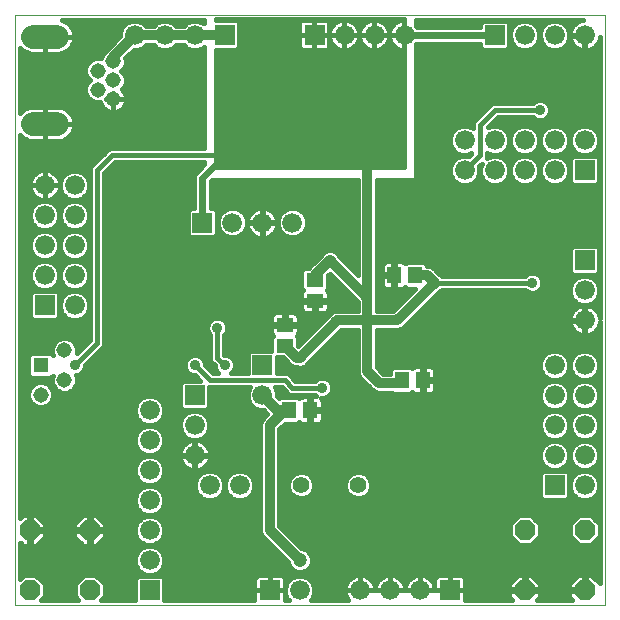
<source format=gbl>
G75*
G70*
%OFA0B0*%
%FSLAX24Y24*%
%IPPOS*%
%LPD*%
%AMOC8*
5,1,8,0,0,1.08239X$1,22.5*
%
%ADD10C,0.0000*%
%ADD11C,0.0560*%
%ADD12C,0.0660*%
%ADD13C,0.0516*%
%ADD14R,0.0516X0.0516*%
%ADD15R,0.0571X0.0453*%
%ADD16R,0.0453X0.0571*%
%ADD17OC8,0.0680*%
%ADD18R,0.0660X0.0660*%
%ADD19C,0.0787*%
%ADD20C,0.0356*%
%ADD21C,0.0120*%
%ADD22C,0.0240*%
%ADD23C,0.0317*%
%ADD24C,0.0320*%
%ADD25C,0.0160*%
%ADD26C,0.0472*%
D10*
X001481Y000917D02*
X001481Y020602D01*
X021166Y020602D01*
X021166Y000917D01*
X001481Y000917D01*
D11*
X011031Y004917D03*
X012931Y004917D03*
D12*
X009731Y007917D03*
X007481Y006917D03*
X007481Y005917D03*
X007981Y004917D03*
X008981Y004917D03*
X005981Y005417D03*
X005981Y006417D03*
X005981Y007417D03*
X005981Y004417D03*
X005981Y003417D03*
X005981Y002417D03*
X010981Y001417D03*
X012981Y001417D03*
X013981Y001417D03*
X014981Y001417D03*
X019481Y005917D03*
X020481Y005917D03*
X020481Y004917D03*
X020481Y006917D03*
X019481Y006917D03*
X019481Y007917D03*
X019481Y008917D03*
X020481Y008917D03*
X020481Y007917D03*
X020481Y010417D03*
X020481Y011417D03*
X019481Y015417D03*
X019481Y016417D03*
X020481Y016417D03*
X018481Y016417D03*
X018481Y015417D03*
X017481Y015417D03*
X017481Y016417D03*
X016481Y016417D03*
X016481Y015417D03*
X014481Y019917D03*
X013481Y019917D03*
X012481Y019917D03*
X007481Y019917D03*
X006481Y019917D03*
X005481Y019917D03*
X003481Y014917D03*
X003481Y013917D03*
X002481Y013917D03*
X002481Y014917D03*
X002481Y012917D03*
X003481Y012917D03*
X003481Y011917D03*
X003481Y010917D03*
X002481Y011917D03*
X008731Y013667D03*
X009731Y013667D03*
X010731Y013667D03*
X018481Y019917D03*
X019481Y019917D03*
X020481Y019917D03*
D13*
X004761Y019047D03*
X004249Y018732D03*
X004761Y018417D03*
X004249Y018102D03*
X004761Y017787D03*
X003137Y009409D03*
X003137Y008425D03*
X002350Y007932D03*
D14*
X002350Y008917D03*
D15*
X010481Y009562D03*
X010481Y010271D03*
X011481Y011062D03*
X011481Y011771D03*
D16*
X014127Y011917D03*
X014835Y011917D03*
X015085Y008417D03*
X014377Y008417D03*
X011335Y007417D03*
X010627Y007417D03*
D17*
X003981Y003417D03*
X001981Y003417D03*
X001981Y001417D03*
X003981Y001417D03*
X018481Y001417D03*
X020481Y001417D03*
X020481Y003417D03*
X018481Y003417D03*
D18*
X019481Y004917D03*
X015981Y001417D03*
X009981Y001417D03*
X005981Y001417D03*
X007481Y007917D03*
X009731Y008917D03*
X007731Y013667D03*
X002481Y010917D03*
X008481Y019917D03*
X011481Y019917D03*
X017481Y019917D03*
X020481Y015417D03*
X020481Y012417D03*
D19*
X002891Y016960D02*
X002103Y016960D01*
X002103Y019873D02*
X002891Y019873D01*
D20*
X008481Y015917D03*
X009481Y016917D03*
X008981Y017917D03*
X010981Y017417D03*
X012481Y016417D03*
X013981Y015917D03*
X012981Y018917D03*
X009981Y019917D03*
X011981Y012417D03*
X010981Y009167D03*
X011731Y008167D03*
X008481Y008917D03*
X007481Y008917D03*
X008231Y010167D03*
X003481Y008917D03*
X015481Y011667D03*
X018731Y011667D03*
X018981Y017417D03*
D21*
X014473Y017388D02*
X008174Y017388D01*
X008174Y017270D02*
X014473Y017270D01*
X014473Y017151D02*
X008174Y017151D01*
X008174Y017033D02*
X014473Y017033D01*
X014473Y016914D02*
X008174Y016914D01*
X008174Y016796D02*
X014473Y016796D01*
X014473Y016677D02*
X008174Y016677D01*
X008174Y016559D02*
X014473Y016559D01*
X014473Y016440D02*
X008174Y016440D01*
X008174Y016322D02*
X014473Y016322D01*
X014473Y016203D02*
X008174Y016203D01*
X008174Y016085D02*
X014473Y016085D01*
X014473Y015966D02*
X008174Y015966D01*
X008174Y015848D02*
X014473Y015848D01*
X014473Y015729D02*
X008174Y015729D01*
X008174Y015611D02*
X014473Y015611D01*
X014473Y015492D02*
X008174Y015492D01*
X008174Y015484D02*
X008174Y019427D01*
X008877Y019427D01*
X008971Y019520D01*
X008971Y020313D01*
X008877Y020407D01*
X008174Y020407D01*
X008174Y020442D01*
X014473Y020442D01*
X014473Y019937D01*
X014461Y019937D01*
X014461Y020407D01*
X014443Y020407D01*
X014366Y020395D01*
X014293Y020371D01*
X014224Y020336D01*
X014162Y020290D01*
X014107Y020236D01*
X014062Y020173D01*
X014027Y020105D01*
X014003Y020031D01*
X013991Y019955D01*
X013991Y019937D01*
X014461Y019937D01*
X014461Y019897D01*
X013991Y019897D01*
X013991Y019878D01*
X014003Y019802D01*
X014027Y019729D01*
X014062Y019660D01*
X014107Y019597D01*
X014162Y019543D01*
X014224Y019498D01*
X014293Y019463D01*
X014366Y019439D01*
X014443Y019427D01*
X014461Y019427D01*
X014461Y019897D01*
X014473Y019897D01*
X014473Y015484D01*
X008174Y015484D01*
X008174Y017507D02*
X014473Y017507D01*
X014473Y017625D02*
X008174Y017625D01*
X008174Y017744D02*
X014473Y017744D01*
X014473Y017862D02*
X008174Y017862D01*
X008174Y017981D02*
X014473Y017981D01*
X014473Y018099D02*
X008174Y018099D01*
X008174Y018218D02*
X014473Y018218D01*
X014473Y018336D02*
X008174Y018336D01*
X008174Y018455D02*
X014473Y018455D01*
X014473Y018573D02*
X008174Y018573D01*
X008174Y018692D02*
X014473Y018692D01*
X014473Y018810D02*
X008174Y018810D01*
X008174Y018929D02*
X014473Y018929D01*
X014473Y019047D02*
X008174Y019047D01*
X008174Y019166D02*
X014473Y019166D01*
X014473Y019284D02*
X008174Y019284D01*
X008174Y019403D02*
X014473Y019403D01*
X014461Y019521D02*
X014473Y019521D01*
X014461Y019640D02*
X014473Y019640D01*
X014461Y019758D02*
X014473Y019758D01*
X014461Y019877D02*
X014473Y019877D01*
X014461Y019995D02*
X014473Y019995D01*
X014461Y020114D02*
X014473Y020114D01*
X014461Y020232D02*
X014473Y020232D01*
X014461Y020351D02*
X014473Y020351D01*
X014254Y020351D02*
X013709Y020351D01*
X013738Y020336D02*
X013669Y020371D01*
X013596Y020395D01*
X013520Y020407D01*
X013501Y020407D01*
X013501Y019937D01*
X013461Y019937D01*
X013461Y020407D01*
X013443Y020407D01*
X013366Y020395D01*
X013293Y020371D01*
X013224Y020336D01*
X013162Y020290D01*
X013107Y020236D01*
X013062Y020173D01*
X013027Y020105D01*
X013003Y020031D01*
X012991Y019955D01*
X012991Y019937D01*
X013461Y019937D01*
X013461Y019897D01*
X012991Y019897D01*
X012991Y019878D01*
X013003Y019802D01*
X013027Y019729D01*
X013062Y019660D01*
X013107Y019597D01*
X013162Y019543D01*
X013224Y019498D01*
X013293Y019463D01*
X013366Y019439D01*
X013443Y019427D01*
X013461Y019427D01*
X013461Y019897D01*
X013501Y019897D01*
X013501Y019937D01*
X013971Y019937D01*
X013971Y019955D01*
X013959Y020031D01*
X013935Y020105D01*
X013900Y020173D01*
X013855Y020236D01*
X013800Y020290D01*
X013738Y020336D01*
X013858Y020232D02*
X014105Y020232D01*
X014032Y020114D02*
X013931Y020114D01*
X013965Y019995D02*
X013997Y019995D01*
X013971Y019897D02*
X013501Y019897D01*
X013501Y019427D01*
X013520Y019427D01*
X013596Y019439D01*
X013669Y019463D01*
X013738Y019498D01*
X013800Y019543D01*
X013855Y019597D01*
X013900Y019660D01*
X013935Y019729D01*
X013959Y019802D01*
X013971Y019878D01*
X013971Y019897D01*
X013971Y019877D02*
X013991Y019877D01*
X014017Y019758D02*
X013945Y019758D01*
X013886Y019640D02*
X014077Y019640D01*
X014192Y019521D02*
X013770Y019521D01*
X013501Y019521D02*
X013461Y019521D01*
X013461Y019640D02*
X013501Y019640D01*
X013501Y019758D02*
X013461Y019758D01*
X013461Y019877D02*
X013501Y019877D01*
X013501Y019995D02*
X013461Y019995D01*
X013461Y020114D02*
X013501Y020114D01*
X013501Y020232D02*
X013461Y020232D01*
X013461Y020351D02*
X013501Y020351D01*
X013254Y020351D02*
X012709Y020351D01*
X012738Y020336D02*
X012669Y020371D01*
X012596Y020395D01*
X012520Y020407D01*
X012501Y020407D01*
X012501Y019937D01*
X012461Y019937D01*
X012461Y020407D01*
X012443Y020407D01*
X012366Y020395D01*
X012293Y020371D01*
X012224Y020336D01*
X012162Y020290D01*
X012107Y020236D01*
X012062Y020173D01*
X012027Y020105D01*
X012003Y020031D01*
X011991Y019955D01*
X011991Y019937D01*
X012461Y019937D01*
X012461Y019897D01*
X011991Y019897D01*
X011991Y019878D01*
X012003Y019802D01*
X012027Y019729D01*
X012062Y019660D01*
X012107Y019597D01*
X012162Y019543D01*
X012224Y019498D01*
X012293Y019463D01*
X012366Y019439D01*
X012443Y019427D01*
X012461Y019427D01*
X012461Y019897D01*
X012501Y019897D01*
X012501Y019937D01*
X012971Y019937D01*
X012971Y019955D01*
X012959Y020031D01*
X012935Y020105D01*
X012900Y020173D01*
X012855Y020236D01*
X012800Y020290D01*
X012738Y020336D01*
X012858Y020232D02*
X013105Y020232D01*
X013032Y020114D02*
X012931Y020114D01*
X012965Y019995D02*
X012997Y019995D01*
X012971Y019897D02*
X012501Y019897D01*
X012501Y019427D01*
X012520Y019427D01*
X012596Y019439D01*
X012669Y019463D01*
X012738Y019498D01*
X012800Y019543D01*
X012855Y019597D01*
X012900Y019660D01*
X012935Y019729D01*
X012959Y019802D01*
X012971Y019878D01*
X012971Y019897D01*
X012971Y019877D02*
X012991Y019877D01*
X013017Y019758D02*
X012945Y019758D01*
X012886Y019640D02*
X013077Y019640D01*
X013192Y019521D02*
X012770Y019521D01*
X012501Y019521D02*
X012461Y019521D01*
X012461Y019640D02*
X012501Y019640D01*
X012501Y019758D02*
X012461Y019758D01*
X012461Y019877D02*
X012501Y019877D01*
X012501Y019995D02*
X012461Y019995D01*
X012461Y020114D02*
X012501Y020114D01*
X012501Y020232D02*
X012461Y020232D01*
X012461Y020351D02*
X012501Y020351D01*
X012254Y020351D02*
X011933Y020351D01*
X011939Y020345D02*
X011909Y020375D01*
X011873Y020396D01*
X011832Y020407D01*
X011501Y020407D01*
X011501Y019937D01*
X011461Y019937D01*
X011461Y020407D01*
X011130Y020407D01*
X011089Y020396D01*
X011053Y020375D01*
X011023Y020345D01*
X011002Y020308D01*
X010991Y020268D01*
X010991Y019937D01*
X011461Y019937D01*
X011461Y019897D01*
X010991Y019897D01*
X010991Y019566D01*
X011002Y019525D01*
X011023Y019488D01*
X011053Y019459D01*
X011089Y019438D01*
X011130Y019427D01*
X011461Y019427D01*
X011461Y019897D01*
X011501Y019897D01*
X011501Y019937D01*
X011971Y019937D01*
X011971Y020268D01*
X011960Y020308D01*
X011939Y020345D01*
X011971Y020232D02*
X012105Y020232D01*
X012032Y020114D02*
X011971Y020114D01*
X011971Y019995D02*
X011997Y019995D01*
X011971Y019897D02*
X011501Y019897D01*
X011501Y019427D01*
X011832Y019427D01*
X011873Y019438D01*
X011909Y019459D01*
X011939Y019488D01*
X011960Y019525D01*
X011971Y019566D01*
X011971Y019897D01*
X011971Y019877D02*
X011991Y019877D01*
X011971Y019758D02*
X012017Y019758D01*
X011971Y019640D02*
X012077Y019640D01*
X012192Y019521D02*
X011958Y019521D01*
X011501Y019521D02*
X011461Y019521D01*
X011461Y019640D02*
X011501Y019640D01*
X011501Y019758D02*
X011461Y019758D01*
X011461Y019877D02*
X011501Y019877D01*
X011501Y019995D02*
X011461Y019995D01*
X011461Y020114D02*
X011501Y020114D01*
X011501Y020232D02*
X011461Y020232D01*
X011461Y020351D02*
X011501Y020351D01*
X011029Y020351D02*
X008933Y020351D01*
X008971Y020232D02*
X010991Y020232D01*
X010991Y020114D02*
X008971Y020114D01*
X008971Y019995D02*
X010991Y019995D01*
X010991Y019877D02*
X008971Y019877D01*
X008971Y019758D02*
X010991Y019758D01*
X010991Y019640D02*
X008971Y019640D01*
X008971Y019521D02*
X011004Y019521D01*
D22*
X014481Y019917D02*
X017481Y019917D01*
X008481Y015917D02*
X007731Y015167D01*
X007731Y013667D01*
D23*
X005481Y014917D03*
X005231Y016917D03*
X006981Y019167D03*
X010481Y012417D03*
X012481Y011167D03*
X012731Y009917D03*
X012231Y009417D03*
X013631Y008317D03*
X013731Y009417D03*
X014231Y009917D03*
X013981Y011167D03*
X016481Y012067D03*
X015731Y007917D03*
X014481Y005917D03*
X011981Y002667D03*
X009231Y005667D03*
X009231Y007167D03*
X008981Y009167D03*
X005981Y009667D03*
X001981Y010167D03*
X007231Y001667D03*
X015481Y016917D03*
X017481Y018417D03*
X020481Y018917D03*
D24*
X015231Y011917D02*
X014835Y011917D01*
X015231Y011917D02*
X015481Y011667D01*
X014231Y010417D01*
X013231Y010417D01*
X013231Y011167D01*
X011981Y012417D01*
X011481Y011917D01*
X011481Y011771D01*
X012231Y010417D02*
X010981Y009167D01*
X010877Y009167D01*
X010481Y009562D01*
X009731Y007917D02*
X010231Y007417D01*
X010481Y007417D01*
X010627Y007417D01*
X010481Y007417D02*
X009981Y006917D01*
X009981Y003417D01*
X010981Y002417D01*
X013631Y008317D02*
X014277Y008317D01*
X014377Y008417D01*
X013631Y008317D02*
X013231Y008717D01*
X013231Y010417D01*
X012231Y010417D01*
X013231Y011167D02*
X013231Y015917D01*
X008481Y019917D02*
X007481Y019917D01*
X006481Y019917D01*
X005481Y019917D01*
X004761Y019196D01*
X004761Y019047D01*
D25*
X004481Y019358D02*
X004489Y019377D01*
X004579Y019467D01*
X004991Y019879D01*
X004991Y020014D01*
X005066Y020194D01*
X005204Y020332D01*
X005384Y020407D01*
X005579Y020407D01*
X005759Y020332D01*
X005854Y020237D01*
X006108Y020237D01*
X006204Y020332D01*
X006384Y020407D01*
X006579Y020407D01*
X006759Y020332D01*
X006854Y020237D01*
X007108Y020237D01*
X007204Y020332D01*
X007384Y020407D01*
X007579Y020407D01*
X007759Y020332D01*
X007780Y020310D01*
X007780Y020422D01*
X003059Y020422D01*
X003111Y020405D01*
X003191Y020364D01*
X003264Y020311D01*
X003328Y020247D01*
X003381Y020174D01*
X003422Y020094D01*
X003450Y020008D01*
X003464Y019919D01*
X003464Y019873D01*
X002497Y019873D01*
X002497Y019300D01*
X002936Y019300D01*
X003025Y019314D01*
X003111Y019342D01*
X003191Y019383D01*
X003264Y019436D01*
X003328Y019500D01*
X003381Y019573D01*
X003422Y019653D01*
X003450Y019739D01*
X003464Y019828D01*
X003464Y019873D01*
X002497Y019873D01*
X002497Y019873D01*
X002497Y019873D01*
X002497Y019300D01*
X002058Y019300D01*
X001969Y019314D01*
X001883Y019342D01*
X001802Y019383D01*
X001729Y019436D01*
X001666Y019500D01*
X001661Y019506D01*
X001661Y017328D01*
X001666Y017334D01*
X001729Y017398D01*
X001802Y017451D01*
X001883Y017492D01*
X001969Y017520D01*
X002058Y017534D01*
X002497Y017534D01*
X002497Y016960D01*
X003464Y016960D01*
X003464Y017005D01*
X003450Y017094D01*
X003422Y017180D01*
X003381Y017261D01*
X003328Y017334D01*
X003264Y017398D01*
X003191Y017451D01*
X003111Y017492D01*
X003025Y017520D01*
X002936Y017534D01*
X002497Y017534D01*
X002497Y016960D01*
X002497Y016960D01*
X003464Y016960D01*
X003464Y016915D01*
X003450Y016826D01*
X003422Y016740D01*
X003381Y016659D01*
X003328Y016586D01*
X003264Y016522D01*
X003191Y016469D01*
X003111Y016428D01*
X003025Y016400D01*
X002936Y016386D01*
X002497Y016386D01*
X002497Y016960D01*
X002497Y016960D01*
X002497Y016960D01*
X002497Y016386D01*
X002058Y016386D01*
X001969Y016400D01*
X001883Y016428D01*
X001802Y016469D01*
X001729Y016522D01*
X001666Y016586D01*
X001661Y016592D01*
X001661Y003832D01*
X001766Y003937D01*
X001951Y003937D01*
X001951Y003447D01*
X002011Y003447D01*
X002011Y003937D01*
X002196Y003937D01*
X002501Y003632D01*
X002501Y003447D01*
X002011Y003447D01*
X002011Y003387D01*
X002501Y003387D01*
X002501Y003201D01*
X002196Y002897D01*
X002011Y002897D01*
X002011Y003387D01*
X001951Y003387D01*
X001951Y002897D01*
X001766Y002897D01*
X001661Y003001D01*
X001661Y001804D01*
X001774Y001917D01*
X002188Y001917D01*
X002481Y001624D01*
X002481Y001210D01*
X002368Y001097D01*
X003594Y001097D01*
X003481Y001210D01*
X003481Y001624D01*
X003774Y001917D01*
X004188Y001917D01*
X004481Y001624D01*
X004481Y001210D01*
X004368Y001097D01*
X005491Y001097D01*
X005491Y001813D01*
X005585Y001907D01*
X006377Y001907D01*
X006471Y001813D01*
X006471Y001097D01*
X009471Y001097D01*
X009471Y001417D01*
X009981Y001417D01*
X009981Y001927D01*
X009627Y001927D01*
X009582Y001914D01*
X009541Y001891D01*
X009507Y001857D01*
X009483Y001816D01*
X009471Y001770D01*
X009471Y001417D01*
X009981Y001417D01*
X009981Y001417D01*
X009981Y001927D01*
X010335Y001927D01*
X010381Y001914D01*
X010422Y001891D01*
X010455Y001857D01*
X010479Y001816D01*
X010491Y001770D01*
X010491Y001417D01*
X009981Y001417D01*
X009981Y001417D01*
X009981Y001417D01*
X010491Y001417D01*
X010491Y001097D01*
X010608Y001097D01*
X010566Y001139D01*
X010491Y001319D01*
X010491Y001514D01*
X010566Y001694D01*
X010704Y001832D01*
X010884Y001907D01*
X011079Y001907D01*
X011259Y001832D01*
X011397Y001694D01*
X011471Y001514D01*
X011471Y001319D01*
X011397Y001139D01*
X011354Y001097D01*
X012583Y001097D01*
X012545Y001149D01*
X012508Y001221D01*
X012484Y001297D01*
X012471Y001377D01*
X012471Y001417D01*
X012981Y001417D01*
X012981Y001927D01*
X012941Y001927D01*
X012862Y001914D01*
X012785Y001889D01*
X012714Y001853D01*
X012649Y001806D01*
X012592Y001749D01*
X012545Y001684D01*
X012508Y001612D01*
X012484Y001536D01*
X012471Y001457D01*
X012471Y001417D01*
X012981Y001417D01*
X012981Y001417D01*
X012981Y001927D01*
X013021Y001927D01*
X013101Y001914D01*
X013177Y001889D01*
X013248Y001853D01*
X013313Y001806D01*
X013370Y001749D01*
X013417Y001684D01*
X013454Y001612D01*
X013479Y001536D01*
X013481Y001520D01*
X013484Y001536D01*
X013508Y001612D01*
X013545Y001684D01*
X013592Y001749D01*
X013649Y001806D01*
X013714Y001853D01*
X013785Y001889D01*
X013862Y001914D01*
X013941Y001927D01*
X013981Y001927D01*
X013981Y001417D01*
X013981Y001417D01*
X013981Y001927D01*
X014021Y001927D01*
X014101Y001914D01*
X014177Y001889D01*
X014248Y001853D01*
X014313Y001806D01*
X014370Y001749D01*
X014417Y001684D01*
X014454Y001612D01*
X014479Y001536D01*
X014481Y001520D01*
X014484Y001536D01*
X014508Y001612D01*
X014545Y001684D01*
X014592Y001749D01*
X014649Y001806D01*
X014714Y001853D01*
X014785Y001889D01*
X014862Y001914D01*
X014941Y001927D01*
X014981Y001927D01*
X014981Y001417D01*
X014981Y001417D01*
X014981Y001927D01*
X015021Y001927D01*
X015101Y001914D01*
X015177Y001889D01*
X015248Y001853D01*
X015313Y001806D01*
X015370Y001749D01*
X015417Y001684D01*
X015454Y001612D01*
X015471Y001559D01*
X015471Y001770D01*
X015483Y001816D01*
X015507Y001857D01*
X015541Y001891D01*
X015582Y001914D01*
X015627Y001927D01*
X015981Y001927D01*
X015981Y001417D01*
X015981Y001417D01*
X015981Y001927D01*
X016335Y001927D01*
X016381Y001914D01*
X016422Y001891D01*
X016455Y001857D01*
X016479Y001816D01*
X016491Y001770D01*
X016491Y001417D01*
X015981Y001417D01*
X015981Y001417D01*
X015491Y001417D01*
X014981Y001417D01*
X014981Y001417D01*
X014491Y001417D01*
X013981Y001417D01*
X013981Y001417D01*
X013491Y001417D01*
X012981Y001417D01*
X012981Y001417D01*
X012981Y001417D01*
X013981Y001417D01*
X013981Y001417D01*
X014981Y001417D01*
X014981Y001417D01*
X015981Y001417D01*
X015981Y001417D01*
X016491Y001417D01*
X016491Y001097D01*
X018066Y001097D01*
X017961Y001201D01*
X017961Y001387D01*
X018451Y001387D01*
X018451Y001447D01*
X018451Y001937D01*
X018266Y001937D01*
X017961Y001632D01*
X017961Y001447D01*
X018451Y001447D01*
X018511Y001447D01*
X018511Y001937D01*
X018696Y001937D01*
X019001Y001632D01*
X019001Y001447D01*
X018511Y001447D01*
X018511Y001387D01*
X019001Y001387D01*
X019001Y001201D01*
X018896Y001097D01*
X020066Y001097D01*
X019961Y001201D01*
X019961Y001387D01*
X020451Y001387D01*
X020451Y001447D01*
X020451Y001937D01*
X020266Y001937D01*
X019961Y001632D01*
X019961Y001447D01*
X020451Y001447D01*
X020511Y001447D01*
X020511Y001937D01*
X020696Y001937D01*
X020986Y001647D01*
X020986Y010345D01*
X020979Y010297D01*
X020954Y010221D01*
X020917Y010149D01*
X020870Y010084D01*
X020813Y010028D01*
X020748Y009980D01*
X020677Y009944D01*
X020601Y009919D01*
X020521Y009907D01*
X020501Y009907D01*
X020501Y010397D01*
X020461Y010397D01*
X019971Y010397D01*
X019971Y010377D01*
X019984Y010297D01*
X020008Y010221D01*
X020045Y010149D01*
X020092Y010084D01*
X020149Y010028D01*
X020214Y009980D01*
X020285Y009944D01*
X020362Y009919D01*
X020441Y009907D01*
X020461Y009907D01*
X020461Y010397D01*
X020461Y010437D01*
X020461Y010927D01*
X020441Y010927D01*
X020362Y010914D01*
X020285Y010889D01*
X020214Y010853D01*
X020149Y010806D01*
X020092Y010749D01*
X020045Y010684D01*
X020008Y010612D01*
X019984Y010536D01*
X019971Y010457D01*
X019971Y010437D01*
X020461Y010437D01*
X020501Y010437D01*
X020501Y010927D01*
X020521Y010927D01*
X020601Y010914D01*
X020677Y010889D01*
X020748Y010853D01*
X020813Y010806D01*
X020870Y010749D01*
X020917Y010684D01*
X020954Y010612D01*
X020979Y010536D01*
X020986Y010488D01*
X020986Y019845D01*
X020979Y019797D01*
X020954Y019721D01*
X020917Y019649D01*
X020870Y019584D01*
X020813Y019528D01*
X020748Y019480D01*
X020677Y019444D01*
X020601Y019419D01*
X020521Y019407D01*
X020501Y019407D01*
X020501Y019897D01*
X020461Y019897D01*
X019971Y019897D01*
X019971Y019877D01*
X019984Y019797D01*
X020008Y019721D01*
X020045Y019649D01*
X020092Y019584D01*
X020149Y019528D01*
X020214Y019480D01*
X020285Y019444D01*
X020362Y019419D01*
X020441Y019407D01*
X020461Y019407D01*
X020461Y019897D01*
X020461Y019937D01*
X019971Y019937D01*
X019971Y019937D01*
X019971Y019957D01*
X019984Y020036D01*
X020008Y020112D01*
X020045Y020184D01*
X020092Y020249D01*
X020149Y020306D01*
X020214Y020353D01*
X020285Y020389D01*
X020362Y020414D01*
X020410Y020422D01*
X014867Y020422D01*
X014867Y020224D01*
X014894Y020197D01*
X016991Y020197D01*
X016991Y020313D01*
X017085Y020407D01*
X017877Y020407D01*
X017971Y020313D01*
X017971Y019520D01*
X017877Y019427D01*
X017085Y019427D01*
X016991Y019520D01*
X016991Y019637D01*
X014894Y019637D01*
X014867Y019610D01*
X014867Y015090D01*
X013551Y015090D01*
X013551Y010737D01*
X014099Y010737D01*
X014833Y011471D01*
X014543Y011471D01*
X014495Y011519D01*
X014464Y011487D01*
X014423Y011463D01*
X014377Y011451D01*
X014160Y011451D01*
X014160Y011883D01*
X014094Y011883D01*
X014094Y011451D01*
X013877Y011451D01*
X013831Y011463D01*
X013790Y011487D01*
X013756Y011521D01*
X013733Y011562D01*
X013720Y011608D01*
X013720Y011883D01*
X014094Y011883D01*
X014094Y011950D01*
X014094Y012382D01*
X013877Y012382D01*
X013831Y012370D01*
X013790Y012346D01*
X013756Y012313D01*
X013733Y012272D01*
X013720Y012226D01*
X013720Y011950D01*
X014094Y011950D01*
X014160Y011950D01*
X014160Y012382D01*
X014377Y012382D01*
X014423Y012370D01*
X014464Y012346D01*
X014495Y012315D01*
X014543Y012362D01*
X015128Y012362D01*
X015222Y012268D01*
X015222Y012237D01*
X015295Y012237D01*
X015412Y012188D01*
X015629Y011971D01*
X015673Y011953D01*
X015719Y011907D01*
X018493Y011907D01*
X018540Y011953D01*
X018664Y012005D01*
X018798Y012005D01*
X018923Y011953D01*
X019018Y011858D01*
X019069Y011734D01*
X019069Y011599D01*
X019018Y011475D01*
X018923Y011380D01*
X018798Y011329D01*
X018664Y011329D01*
X018540Y011380D01*
X018493Y011427D01*
X015719Y011427D01*
X015673Y011380D01*
X015629Y011362D01*
X014412Y010145D01*
X014295Y010097D01*
X013551Y010097D01*
X013551Y008849D01*
X013764Y008637D01*
X013990Y008637D01*
X013990Y008768D01*
X014084Y008862D01*
X014669Y008862D01*
X014717Y008815D01*
X014749Y008846D01*
X014790Y008870D01*
X014835Y008882D01*
X015052Y008882D01*
X015052Y008450D01*
X015119Y008450D01*
X015492Y008450D01*
X015492Y008726D01*
X015480Y008772D01*
X015456Y008813D01*
X015422Y008846D01*
X015381Y008870D01*
X015336Y008882D01*
X015119Y008882D01*
X015119Y008450D01*
X015119Y008383D01*
X015492Y008383D01*
X015492Y008108D01*
X015480Y008062D01*
X015456Y008021D01*
X015422Y007987D01*
X015381Y007963D01*
X015336Y007951D01*
X015119Y007951D01*
X015119Y008383D01*
X015052Y008383D01*
X015052Y007951D01*
X014835Y007951D01*
X014790Y007963D01*
X014749Y007987D01*
X014717Y008019D01*
X014669Y007971D01*
X014084Y007971D01*
X014059Y007997D01*
X013567Y007997D01*
X013450Y008045D01*
X013360Y008135D01*
X012960Y008535D01*
X012911Y008653D01*
X012911Y010097D01*
X012364Y010097D01*
X011286Y009019D01*
X011268Y008975D01*
X011173Y008880D01*
X011048Y008829D01*
X010914Y008829D01*
X010870Y008847D01*
X010813Y008847D01*
X010696Y008895D01*
X010415Y009176D01*
X010221Y009176D01*
X010221Y008657D01*
X010529Y008657D01*
X010617Y008620D01*
X010685Y008553D01*
X010685Y008553D01*
X010831Y008407D01*
X011493Y008407D01*
X011540Y008453D01*
X011664Y008505D01*
X011798Y008505D01*
X011923Y008453D01*
X012018Y008358D01*
X012069Y008234D01*
X012069Y008099D01*
X012018Y007975D01*
X011923Y007880D01*
X011798Y007829D01*
X011690Y007829D01*
X011706Y007813D01*
X011730Y007772D01*
X011742Y007726D01*
X011742Y007450D01*
X011369Y007450D01*
X011369Y007383D01*
X011742Y007383D01*
X011742Y007108D01*
X011730Y007062D01*
X011706Y007021D01*
X011672Y006987D01*
X011631Y006963D01*
X011586Y006951D01*
X011369Y006951D01*
X011369Y007383D01*
X011302Y007383D01*
X011302Y006951D01*
X011085Y006951D01*
X011040Y006963D01*
X010999Y006987D01*
X010967Y007019D01*
X010919Y006971D01*
X010488Y006971D01*
X010301Y006784D01*
X010301Y003549D01*
X011037Y002813D01*
X011060Y002813D01*
X011206Y002753D01*
X011317Y002641D01*
X011377Y002495D01*
X011377Y002338D01*
X011317Y002192D01*
X011206Y002081D01*
X011060Y002020D01*
X010902Y002020D01*
X010757Y002081D01*
X010645Y002192D01*
X010585Y002338D01*
X010585Y002360D01*
X009710Y003235D01*
X009661Y003353D01*
X009661Y006980D01*
X009710Y007098D01*
X007936Y007098D01*
X007971Y007014D02*
X007897Y007194D01*
X007759Y007332D01*
X007579Y007407D01*
X007384Y007407D01*
X007204Y007332D01*
X007066Y007194D01*
X006991Y007014D01*
X006991Y006819D01*
X007066Y006639D01*
X007204Y006501D01*
X007384Y006427D01*
X007579Y006427D01*
X007759Y006501D01*
X007897Y006639D01*
X007971Y006819D01*
X007971Y007014D01*
X007971Y006940D02*
X009661Y006940D01*
X009661Y006781D02*
X007955Y006781D01*
X007880Y006623D02*
X009661Y006623D01*
X009661Y006464D02*
X007669Y006464D01*
X007677Y006389D02*
X007601Y006414D01*
X007521Y006427D01*
X007501Y006427D01*
X007501Y005937D01*
X007461Y005937D01*
X007461Y006427D01*
X007441Y006427D01*
X007362Y006414D01*
X007285Y006389D01*
X007214Y006353D01*
X007149Y006306D01*
X006465Y006306D01*
X006471Y006319D02*
X006397Y006139D01*
X006259Y006001D01*
X006079Y005927D01*
X005884Y005927D01*
X005704Y006001D01*
X005566Y006139D01*
X005491Y006319D01*
X005491Y006514D01*
X005566Y006694D01*
X005704Y006832D01*
X005884Y006907D01*
X006079Y006907D01*
X006259Y006832D01*
X006397Y006694D01*
X006471Y006514D01*
X006471Y006319D01*
X006471Y006464D02*
X007293Y006464D01*
X007149Y006306D02*
X007092Y006249D01*
X007045Y006184D01*
X007008Y006112D01*
X006984Y006036D01*
X006971Y005957D01*
X006971Y005937D01*
X007461Y005937D01*
X007461Y005897D01*
X006971Y005897D01*
X006971Y005877D01*
X006984Y005797D01*
X007008Y005721D01*
X007045Y005649D01*
X007092Y005584D01*
X007149Y005528D01*
X007214Y005480D01*
X007285Y005444D01*
X007362Y005419D01*
X007441Y005407D01*
X007461Y005407D01*
X007461Y005897D01*
X007501Y005897D01*
X007501Y005937D01*
X007991Y005937D01*
X007991Y005957D01*
X007979Y006036D01*
X007954Y006112D01*
X007917Y006184D01*
X007870Y006249D01*
X007813Y006306D01*
X009661Y006306D01*
X009661Y006147D02*
X007936Y006147D01*
X007986Y005989D02*
X009661Y005989D01*
X009661Y005830D02*
X007984Y005830D01*
X007979Y005797D02*
X007991Y005877D01*
X007991Y005897D01*
X007501Y005897D01*
X007501Y005407D01*
X007521Y005407D01*
X007601Y005419D01*
X007677Y005444D01*
X007748Y005480D01*
X007813Y005528D01*
X007870Y005584D01*
X007917Y005649D01*
X007954Y005721D01*
X007979Y005797D01*
X007929Y005672D02*
X009661Y005672D01*
X009661Y005513D02*
X007793Y005513D01*
X007884Y005407D02*
X007704Y005332D01*
X007566Y005194D01*
X007491Y005014D01*
X007491Y004819D01*
X007566Y004639D01*
X007704Y004501D01*
X007884Y004427D01*
X008079Y004427D01*
X008259Y004501D01*
X008397Y004639D01*
X008471Y004819D01*
X008471Y005014D01*
X008397Y005194D01*
X008259Y005332D01*
X008079Y005407D01*
X007884Y005407D01*
X007758Y005355D02*
X006471Y005355D01*
X006471Y005319D02*
X006471Y005514D01*
X006397Y005694D01*
X006259Y005832D01*
X006079Y005907D01*
X005884Y005907D01*
X005704Y005832D01*
X005566Y005694D01*
X005491Y005514D01*
X005491Y005319D01*
X005566Y005139D01*
X005704Y005001D01*
X005884Y004927D01*
X006079Y004927D01*
X006259Y005001D01*
X006397Y005139D01*
X006471Y005319D01*
X006420Y005196D02*
X007568Y005196D01*
X007501Y005038D02*
X006295Y005038D01*
X006259Y004832D02*
X006079Y004907D01*
X005884Y004907D01*
X005704Y004832D01*
X005566Y004694D01*
X005491Y004514D01*
X005491Y004319D01*
X005566Y004139D01*
X005704Y004001D01*
X005884Y003927D01*
X006079Y003927D01*
X006259Y004001D01*
X006397Y004139D01*
X006471Y004319D01*
X006471Y004514D01*
X006397Y004694D01*
X006259Y004832D01*
X006145Y004879D02*
X007491Y004879D01*
X007532Y004721D02*
X006370Y004721D01*
X006451Y004562D02*
X007643Y004562D01*
X008320Y004562D02*
X008643Y004562D01*
X008704Y004501D02*
X008884Y004427D01*
X009079Y004427D01*
X009259Y004501D01*
X009397Y004639D01*
X009471Y004819D01*
X009471Y005014D01*
X009397Y005194D01*
X009259Y005332D01*
X009079Y005407D01*
X008884Y005407D01*
X008704Y005332D01*
X008566Y005194D01*
X008491Y005014D01*
X008491Y004819D01*
X008566Y004639D01*
X008704Y004501D01*
X008532Y004721D02*
X008430Y004721D01*
X008471Y004879D02*
X008491Y004879D01*
X008501Y005038D02*
X008461Y005038D01*
X008395Y005196D02*
X008568Y005196D01*
X008758Y005355D02*
X008204Y005355D01*
X007501Y005513D02*
X007461Y005513D01*
X007461Y005672D02*
X007501Y005672D01*
X007501Y005830D02*
X007461Y005830D01*
X007461Y005989D02*
X007501Y005989D01*
X007501Y006147D02*
X007461Y006147D01*
X007461Y006306D02*
X007501Y006306D01*
X007677Y006389D02*
X007748Y006353D01*
X007813Y006306D01*
X007082Y006623D02*
X006426Y006623D01*
X006310Y006781D02*
X007007Y006781D01*
X006991Y006940D02*
X006110Y006940D01*
X006079Y006927D02*
X006259Y007001D01*
X006397Y007139D01*
X006471Y007319D01*
X006471Y007514D01*
X006397Y007694D01*
X006259Y007832D01*
X006079Y007907D01*
X005884Y007907D01*
X005704Y007832D01*
X005566Y007694D01*
X005491Y007514D01*
X005491Y007319D01*
X005566Y007139D01*
X005704Y007001D01*
X005884Y006927D01*
X006079Y006927D01*
X005852Y006940D02*
X001661Y006940D01*
X001661Y007098D02*
X005607Y007098D01*
X005517Y007257D02*
X001661Y007257D01*
X001661Y007415D02*
X005491Y007415D01*
X005516Y007574D02*
X002575Y007574D01*
X002586Y007578D02*
X002704Y007696D01*
X002767Y007849D01*
X002767Y008016D01*
X002704Y008169D01*
X002586Y008287D01*
X002433Y008350D01*
X002267Y008350D01*
X002113Y008287D01*
X001995Y008169D01*
X001932Y008016D01*
X001932Y007849D01*
X001995Y007696D01*
X002113Y007578D01*
X002267Y007515D01*
X002433Y007515D01*
X002586Y007578D01*
X002719Y007732D02*
X005604Y007732D01*
X005845Y007891D02*
X002767Y007891D01*
X002753Y008049D02*
X002951Y008049D01*
X002900Y008070D02*
X003054Y008007D01*
X003220Y008007D01*
X003374Y008070D01*
X003491Y008188D01*
X003555Y008341D01*
X003555Y008508D01*
X003525Y008579D01*
X003548Y008579D01*
X003673Y008630D01*
X003768Y008725D01*
X003819Y008849D01*
X003819Y008915D01*
X004367Y009463D01*
X004435Y009531D01*
X004471Y009619D01*
X004471Y015317D01*
X004831Y015677D01*
X007780Y015677D01*
X007780Y015612D01*
X007572Y015404D01*
X007494Y015325D01*
X007451Y015222D01*
X007451Y014157D01*
X007335Y014157D01*
X007241Y014063D01*
X007241Y013270D01*
X007335Y013177D01*
X008127Y013177D01*
X008221Y013270D01*
X008221Y014063D01*
X008127Y014157D01*
X008011Y014157D01*
X008011Y015051D01*
X008050Y015090D01*
X012911Y015090D01*
X012911Y011939D01*
X012286Y012564D01*
X012268Y012608D01*
X012173Y012703D01*
X012048Y012755D01*
X011914Y012755D01*
X011790Y012703D01*
X011694Y012608D01*
X011676Y012564D01*
X011269Y012157D01*
X011129Y012157D01*
X011036Y012064D01*
X011036Y011478D01*
X011083Y011431D01*
X011052Y011399D01*
X011028Y011358D01*
X011016Y011312D01*
X011016Y011096D01*
X011448Y011096D01*
X011448Y011029D01*
X011514Y011029D01*
X011514Y010656D01*
X011790Y010656D01*
X011836Y010668D01*
X011877Y010692D01*
X011911Y010725D01*
X011934Y010766D01*
X011947Y010812D01*
X011947Y011029D01*
X011514Y011029D01*
X011514Y011096D01*
X011947Y011096D01*
X011947Y011312D01*
X011934Y011358D01*
X011911Y011399D01*
X011879Y011431D01*
X011927Y011478D01*
X011927Y011910D01*
X011981Y011964D01*
X012911Y011034D01*
X012911Y010737D01*
X012167Y010737D01*
X012050Y010688D01*
X010929Y009567D01*
X010927Y009569D01*
X010927Y009855D01*
X010879Y009903D01*
X010911Y009934D01*
X010934Y009975D01*
X010947Y010021D01*
X010947Y010238D01*
X010514Y010238D01*
X010514Y010304D01*
X010448Y010304D01*
X010448Y010238D01*
X010016Y010238D01*
X010016Y010021D01*
X010028Y009975D01*
X010052Y009934D01*
X010083Y009903D01*
X010036Y009855D01*
X010036Y009407D01*
X009335Y009407D01*
X009241Y009313D01*
X009241Y008657D01*
X008699Y008657D01*
X008768Y008725D01*
X008819Y008849D01*
X008819Y008984D01*
X008768Y009108D01*
X008673Y009203D01*
X008548Y009255D01*
X008482Y009255D01*
X008471Y009266D01*
X008471Y009929D01*
X008518Y009975D01*
X008569Y010099D01*
X008569Y010234D01*
X008518Y010358D01*
X008423Y010453D01*
X008298Y010505D01*
X008164Y010505D01*
X008040Y010453D01*
X007944Y010358D01*
X007893Y010234D01*
X007893Y010099D01*
X007944Y009975D01*
X007991Y009929D01*
X007991Y009119D01*
X008028Y009031D01*
X008143Y008915D01*
X008143Y008849D01*
X008194Y008725D01*
X008263Y008657D01*
X008081Y008657D01*
X007819Y008918D01*
X007819Y008984D01*
X007768Y009108D01*
X007673Y009203D01*
X007548Y009255D01*
X007414Y009255D01*
X007290Y009203D01*
X007194Y009108D01*
X007143Y008984D01*
X007143Y008849D01*
X007194Y008725D01*
X007290Y008630D01*
X007414Y008579D01*
X007480Y008579D01*
X007652Y008407D01*
X007085Y008407D01*
X006991Y008313D01*
X006991Y007520D01*
X007085Y007427D01*
X007877Y007427D01*
X007971Y007520D01*
X007971Y008177D01*
X009308Y008177D01*
X009241Y008014D01*
X009241Y007819D01*
X009316Y007639D01*
X009454Y007501D01*
X009634Y007427D01*
X009769Y007427D01*
X009904Y007292D01*
X009800Y007188D01*
X009710Y007098D01*
X009869Y007257D02*
X007834Y007257D01*
X007971Y007574D02*
X009381Y007574D01*
X009277Y007732D02*
X007971Y007732D01*
X007971Y007891D02*
X009241Y007891D01*
X009256Y008049D02*
X007971Y008049D01*
X007981Y008417D02*
X007481Y008917D01*
X007717Y009159D02*
X007991Y009159D01*
X007991Y009317D02*
X004221Y009317D01*
X004063Y009159D02*
X007245Y009159D01*
X007150Y009000D02*
X003904Y009000D01*
X003816Y008842D02*
X007146Y008842D01*
X007236Y008683D02*
X003726Y008683D01*
X003548Y008525D02*
X007534Y008525D01*
X007981Y008417D02*
X010481Y008417D01*
X010731Y008167D01*
X011731Y008167D01*
X011493Y007927D02*
X011538Y007882D01*
X011369Y007882D01*
X011369Y007450D01*
X011302Y007450D01*
X011302Y007882D01*
X011085Y007882D01*
X011040Y007870D01*
X010999Y007846D01*
X010967Y007815D01*
X010919Y007862D01*
X010334Y007862D01*
X010286Y007814D01*
X010221Y007879D01*
X010221Y008014D01*
X010154Y008177D01*
X010382Y008177D01*
X010595Y007963D01*
X010683Y007927D01*
X011493Y007927D01*
X011529Y007891D02*
X010221Y007891D01*
X010207Y008049D02*
X010509Y008049D01*
X010713Y008525D02*
X012971Y008525D01*
X012911Y008683D02*
X010221Y008683D01*
X010221Y008842D02*
X010882Y008842D01*
X011080Y008842D02*
X012911Y008842D01*
X012911Y009000D02*
X011278Y009000D01*
X011426Y009159D02*
X012911Y009159D01*
X012911Y009317D02*
X011584Y009317D01*
X011743Y009476D02*
X012911Y009476D01*
X012911Y009634D02*
X011901Y009634D01*
X012060Y009793D02*
X012911Y009793D01*
X012911Y009951D02*
X012218Y009951D01*
X011789Y010427D02*
X010947Y010427D01*
X010947Y010521D02*
X010947Y010304D01*
X010514Y010304D01*
X010514Y010677D01*
X010790Y010677D01*
X010836Y010665D01*
X010877Y010641D01*
X010911Y010608D01*
X010934Y010567D01*
X010947Y010521D01*
X010924Y010585D02*
X011947Y010585D01*
X011921Y010744D02*
X012911Y010744D01*
X012911Y010902D02*
X011947Y010902D01*
X011947Y011219D02*
X012726Y011219D01*
X012885Y011061D02*
X011514Y011061D01*
X011448Y011061D02*
X004471Y011061D01*
X004471Y011219D02*
X011016Y011219D01*
X011039Y011378D02*
X004471Y011378D01*
X004471Y011536D02*
X011036Y011536D01*
X011036Y011695D02*
X004471Y011695D01*
X004471Y011853D02*
X011036Y011853D01*
X011036Y012012D02*
X004471Y012012D01*
X004471Y012170D02*
X011282Y012170D01*
X011441Y012329D02*
X004471Y012329D01*
X004471Y012487D02*
X011599Y012487D01*
X011732Y012646D02*
X004471Y012646D01*
X004471Y012804D02*
X012911Y012804D01*
X012911Y012646D02*
X012230Y012646D01*
X012363Y012487D02*
X012911Y012487D01*
X012911Y012329D02*
X012522Y012329D01*
X012680Y012170D02*
X012911Y012170D01*
X012911Y012012D02*
X012839Y012012D01*
X012409Y011536D02*
X011927Y011536D01*
X011923Y011378D02*
X012568Y011378D01*
X012251Y011695D02*
X011927Y011695D01*
X011927Y011853D02*
X012092Y011853D01*
X011448Y011029D02*
X011016Y011029D01*
X011016Y010812D01*
X011028Y010766D01*
X011052Y010725D01*
X011085Y010692D01*
X011126Y010668D01*
X011172Y010656D01*
X011448Y010656D01*
X011448Y011029D01*
X011448Y010902D02*
X011514Y010902D01*
X011514Y010744D02*
X011448Y010744D01*
X011041Y010744D02*
X004471Y010744D01*
X004471Y010902D02*
X011016Y010902D01*
X010514Y010585D02*
X010448Y010585D01*
X010448Y010677D02*
X010172Y010677D01*
X010126Y010665D01*
X010085Y010641D01*
X010052Y010608D01*
X010028Y010567D01*
X010016Y010521D01*
X010016Y010304D01*
X010448Y010304D01*
X010448Y010677D01*
X010039Y010585D02*
X004471Y010585D01*
X004471Y010427D02*
X008013Y010427D01*
X007907Y010268D02*
X004471Y010268D01*
X004471Y010110D02*
X007893Y010110D01*
X007968Y009951D02*
X004471Y009951D01*
X004471Y009793D02*
X007991Y009793D01*
X007991Y009634D02*
X004471Y009634D01*
X004380Y009476D02*
X007991Y009476D01*
X008231Y009167D02*
X008481Y008917D01*
X008717Y009159D02*
X009241Y009159D01*
X009245Y009317D02*
X008471Y009317D01*
X008471Y009476D02*
X010036Y009476D01*
X010036Y009634D02*
X008471Y009634D01*
X008471Y009793D02*
X010036Y009793D01*
X010042Y009951D02*
X008494Y009951D01*
X008569Y010110D02*
X010016Y010110D01*
X010016Y010427D02*
X008449Y010427D01*
X008555Y010268D02*
X010448Y010268D01*
X010514Y010268D02*
X011630Y010268D01*
X011472Y010110D02*
X010947Y010110D01*
X010920Y009951D02*
X011313Y009951D01*
X011155Y009793D02*
X010927Y009793D01*
X010927Y009634D02*
X010996Y009634D01*
X010432Y009159D02*
X010221Y009159D01*
X010221Y009000D02*
X010591Y009000D01*
X009241Y009000D02*
X008812Y009000D01*
X008816Y008842D02*
X009241Y008842D01*
X009241Y008683D02*
X008726Y008683D01*
X008236Y008683D02*
X008054Y008683D01*
X008146Y008842D02*
X007895Y008842D01*
X007812Y009000D02*
X008058Y009000D01*
X008231Y009167D02*
X008231Y010167D01*
X007044Y008366D02*
X003555Y008366D01*
X003499Y008208D02*
X006991Y008208D01*
X006991Y008049D02*
X003323Y008049D01*
X002900Y008070D02*
X002783Y008188D01*
X002719Y008341D01*
X002719Y008508D01*
X002745Y008570D01*
X002674Y008499D01*
X002026Y008499D01*
X001932Y008593D01*
X001932Y009241D01*
X002026Y009334D01*
X002674Y009334D01*
X002745Y009263D01*
X002719Y009326D01*
X002719Y009492D01*
X002783Y009645D01*
X002900Y009763D01*
X003054Y009827D01*
X003220Y009827D01*
X003374Y009763D01*
X003491Y009645D01*
X003555Y009492D01*
X003555Y009330D01*
X003991Y009766D01*
X003991Y015464D01*
X004028Y015553D01*
X004528Y016053D01*
X004595Y016120D01*
X004683Y016157D01*
X007780Y016157D01*
X007780Y019523D01*
X007759Y019501D01*
X007579Y019427D01*
X007384Y019427D01*
X007204Y019501D01*
X007108Y019597D01*
X006854Y019597D01*
X006759Y019501D01*
X006579Y019427D01*
X006384Y019427D01*
X006204Y019501D01*
X006108Y019597D01*
X005854Y019597D01*
X005759Y019501D01*
X005579Y019427D01*
X005444Y019427D01*
X005169Y019152D01*
X005178Y019130D01*
X005178Y018963D01*
X005115Y018810D01*
X005037Y018732D01*
X005115Y018653D01*
X005178Y018500D01*
X005178Y018334D01*
X005115Y018180D01*
X005051Y018116D01*
X005095Y018072D01*
X005135Y018016D01*
X005166Y017955D01*
X005188Y017889D01*
X005198Y017821D01*
X005198Y017787D01*
X004761Y017787D01*
X004761Y017787D01*
X004761Y017999D01*
X004761Y017999D01*
X004761Y017787D01*
X004761Y017787D01*
X005198Y017787D01*
X005198Y017752D01*
X005188Y017684D01*
X005166Y017619D01*
X005135Y017557D01*
X005095Y017502D01*
X005046Y017453D01*
X004990Y017412D01*
X004929Y017381D01*
X004863Y017360D01*
X004795Y017349D01*
X004761Y017349D01*
X004761Y017787D01*
X004761Y017787D01*
X004525Y017787D01*
X004525Y017787D01*
X004761Y017787D01*
X004761Y017787D01*
X004761Y017349D01*
X004726Y017349D01*
X004658Y017360D01*
X004593Y017381D01*
X004531Y017412D01*
X004475Y017453D01*
X004427Y017502D01*
X004386Y017557D01*
X004355Y017619D01*
X004334Y017684D01*
X004334Y017685D01*
X004332Y017684D01*
X004166Y017684D01*
X004012Y017748D01*
X003895Y017865D01*
X003831Y018019D01*
X003831Y018185D01*
X003895Y018338D01*
X003973Y018417D01*
X003895Y018495D01*
X003831Y018649D01*
X003831Y018815D01*
X003895Y018968D01*
X004012Y019086D01*
X004166Y019149D01*
X004332Y019149D01*
X004348Y019143D01*
X004406Y019283D01*
X004481Y019358D01*
X004426Y019303D02*
X002955Y019303D01*
X003290Y019461D02*
X004573Y019461D01*
X004732Y019620D02*
X003405Y019620D01*
X003456Y019778D02*
X004890Y019778D01*
X004991Y019937D02*
X003461Y019937D01*
X003421Y020095D02*
X005025Y020095D01*
X005125Y020254D02*
X003322Y020254D01*
X003089Y020412D02*
X007780Y020412D01*
X007125Y020254D02*
X006837Y020254D01*
X006662Y019461D02*
X007300Y019461D01*
X007662Y019461D02*
X007780Y019461D01*
X007780Y019303D02*
X005320Y019303D01*
X005172Y019144D02*
X007780Y019144D01*
X007780Y018986D02*
X005178Y018986D01*
X005122Y018827D02*
X007780Y018827D01*
X007780Y018669D02*
X005099Y018669D01*
X005174Y018510D02*
X007780Y018510D01*
X007780Y018352D02*
X005178Y018352D01*
X005120Y018193D02*
X007780Y018193D01*
X007780Y018035D02*
X005122Y018035D01*
X005190Y017876D02*
X007780Y017876D01*
X007780Y017718D02*
X005193Y017718D01*
X005136Y017559D02*
X007780Y017559D01*
X007780Y017401D02*
X004967Y017401D01*
X004761Y017401D02*
X004761Y017401D01*
X004761Y017559D02*
X004761Y017559D01*
X004761Y017718D02*
X004761Y017718D01*
X004761Y017876D02*
X004761Y017876D01*
X004385Y017559D02*
X001661Y017559D01*
X001661Y017401D02*
X001734Y017401D01*
X001661Y017718D02*
X004084Y017718D01*
X003890Y017876D02*
X001661Y017876D01*
X001661Y018035D02*
X003831Y018035D01*
X003834Y018193D02*
X001661Y018193D01*
X001661Y018352D02*
X003908Y018352D01*
X003888Y018510D02*
X001661Y018510D01*
X001661Y018669D02*
X003831Y018669D01*
X003836Y018827D02*
X001661Y018827D01*
X001661Y018986D02*
X003912Y018986D01*
X004153Y019144D02*
X001661Y019144D01*
X001661Y019303D02*
X002039Y019303D01*
X001704Y019461D02*
X001661Y019461D01*
X002497Y019461D02*
X002497Y019461D01*
X002497Y019303D02*
X002497Y019303D01*
X002497Y019620D02*
X002497Y019620D01*
X002497Y019778D02*
X002497Y019778D01*
X004345Y019144D02*
X004349Y019144D01*
X005662Y019461D02*
X006300Y019461D01*
X006125Y020254D02*
X005837Y020254D01*
X004554Y017401D02*
X003260Y017401D01*
X003391Y017242D02*
X007780Y017242D01*
X007780Y017084D02*
X003452Y017084D01*
X003464Y016925D02*
X007780Y016925D01*
X007780Y016767D02*
X003431Y016767D01*
X003344Y016608D02*
X007780Y016608D01*
X007780Y016450D02*
X003153Y016450D01*
X002497Y016450D02*
X002497Y016450D01*
X002497Y016608D02*
X002497Y016608D01*
X002497Y016767D02*
X002497Y016767D01*
X002497Y016925D02*
X002497Y016925D01*
X002497Y017084D02*
X002497Y017084D01*
X002497Y017242D02*
X002497Y017242D01*
X002497Y017401D02*
X002497Y017401D01*
X001841Y016450D02*
X001661Y016450D01*
X001661Y016291D02*
X007780Y016291D01*
X007780Y015657D02*
X004811Y015657D01*
X004653Y015499D02*
X007667Y015499D01*
X007572Y015404D02*
X007572Y015404D01*
X007509Y015340D02*
X004494Y015340D01*
X004471Y015182D02*
X007451Y015182D01*
X007451Y015023D02*
X004471Y015023D01*
X004471Y014865D02*
X007451Y014865D01*
X007451Y014706D02*
X004471Y014706D01*
X004471Y014548D02*
X007451Y014548D01*
X007451Y014389D02*
X004471Y014389D01*
X004471Y014231D02*
X007451Y014231D01*
X007250Y014072D02*
X004471Y014072D01*
X004471Y013914D02*
X007241Y013914D01*
X007241Y013755D02*
X004471Y013755D01*
X004471Y013597D02*
X007241Y013597D01*
X007241Y013438D02*
X004471Y013438D01*
X004471Y013280D02*
X007241Y013280D01*
X008011Y014231D02*
X012911Y014231D01*
X012911Y014389D02*
X008011Y014389D01*
X008011Y014548D02*
X012911Y014548D01*
X012911Y014706D02*
X008011Y014706D01*
X008011Y014865D02*
X012911Y014865D01*
X012911Y015023D02*
X008011Y015023D01*
X008481Y015917D02*
X004731Y015917D01*
X004231Y015417D01*
X004231Y009667D01*
X003481Y008917D01*
X003555Y009476D02*
X003701Y009476D01*
X003859Y009634D02*
X003496Y009634D01*
X003302Y009793D02*
X003991Y009793D01*
X003991Y009951D02*
X001661Y009951D01*
X001661Y009793D02*
X002972Y009793D01*
X002778Y009634D02*
X001661Y009634D01*
X001661Y009476D02*
X002719Y009476D01*
X002723Y009317D02*
X002691Y009317D01*
X002008Y009317D02*
X001661Y009317D01*
X001661Y009159D02*
X001932Y009159D01*
X001932Y009000D02*
X001661Y009000D01*
X001661Y008842D02*
X001932Y008842D01*
X001932Y008683D02*
X001661Y008683D01*
X001661Y008525D02*
X002000Y008525D01*
X002034Y008208D02*
X001661Y008208D01*
X001661Y008366D02*
X002719Y008366D01*
X002726Y008525D02*
X002699Y008525D01*
X002665Y008208D02*
X002775Y008208D01*
X001946Y008049D02*
X001661Y008049D01*
X001661Y007891D02*
X001932Y007891D01*
X001980Y007732D02*
X001661Y007732D01*
X001661Y007574D02*
X002124Y007574D01*
X001661Y006781D02*
X005653Y006781D01*
X005536Y006623D02*
X001661Y006623D01*
X001661Y006464D02*
X005491Y006464D01*
X005497Y006306D02*
X001661Y006306D01*
X001661Y006147D02*
X005562Y006147D01*
X005734Y005989D02*
X001661Y005989D01*
X001661Y005830D02*
X005702Y005830D01*
X005556Y005672D02*
X001661Y005672D01*
X001661Y005513D02*
X005491Y005513D01*
X005491Y005355D02*
X001661Y005355D01*
X001661Y005196D02*
X005542Y005196D01*
X005667Y005038D02*
X001661Y005038D01*
X001661Y004879D02*
X005817Y004879D01*
X005592Y004721D02*
X001661Y004721D01*
X001661Y004562D02*
X005511Y004562D01*
X005491Y004404D02*
X001661Y004404D01*
X001661Y004245D02*
X005522Y004245D01*
X005618Y004087D02*
X001661Y004087D01*
X001661Y003928D02*
X001757Y003928D01*
X001951Y003928D02*
X002011Y003928D01*
X002011Y003770D02*
X001951Y003770D01*
X001951Y003611D02*
X002011Y003611D01*
X002011Y003453D02*
X001951Y003453D01*
X001951Y003294D02*
X002011Y003294D01*
X002011Y003136D02*
X001951Y003136D01*
X001951Y002977D02*
X002011Y002977D01*
X002277Y002977D02*
X003685Y002977D01*
X003766Y002897D02*
X003951Y002897D01*
X003951Y003387D01*
X003461Y003387D01*
X003461Y003201D01*
X003766Y002897D01*
X003951Y002977D02*
X004011Y002977D01*
X004011Y002897D02*
X004196Y002897D01*
X004501Y003201D01*
X004501Y003387D01*
X004011Y003387D01*
X004011Y003447D01*
X003951Y003447D01*
X003951Y003937D01*
X003766Y003937D01*
X003461Y003632D01*
X003461Y003447D01*
X003951Y003447D01*
X003951Y003387D01*
X004011Y003387D01*
X004011Y002897D01*
X004011Y003136D02*
X003951Y003136D01*
X003951Y003294D02*
X004011Y003294D01*
X004011Y003447D02*
X004501Y003447D01*
X004501Y003632D01*
X004196Y003937D01*
X004011Y003937D01*
X004011Y003447D01*
X004011Y003453D02*
X003951Y003453D01*
X003951Y003611D02*
X004011Y003611D01*
X004011Y003770D02*
X003951Y003770D01*
X003951Y003928D02*
X004011Y003928D01*
X004205Y003928D02*
X005880Y003928D01*
X005884Y003907D02*
X005704Y003832D01*
X005566Y003694D01*
X005491Y003514D01*
X005491Y003319D01*
X005566Y003139D01*
X005704Y003001D01*
X005884Y002927D01*
X006079Y002927D01*
X006259Y003001D01*
X006397Y003139D01*
X006471Y003319D01*
X006471Y003514D01*
X006397Y003694D01*
X006259Y003832D01*
X006079Y003907D01*
X005884Y003907D01*
X006082Y003928D02*
X009661Y003928D01*
X009661Y003770D02*
X006321Y003770D01*
X006431Y003611D02*
X009661Y003611D01*
X009661Y003453D02*
X006471Y003453D01*
X006461Y003294D02*
X009685Y003294D01*
X009810Y003136D02*
X006393Y003136D01*
X006200Y002977D02*
X009968Y002977D01*
X010127Y002819D02*
X006272Y002819D01*
X006259Y002832D02*
X006079Y002907D01*
X005884Y002907D01*
X005704Y002832D01*
X005566Y002694D01*
X005491Y002514D01*
X005491Y002319D01*
X005566Y002139D01*
X005704Y002001D01*
X005884Y001927D01*
X006079Y001927D01*
X006259Y002001D01*
X006397Y002139D01*
X006471Y002319D01*
X006471Y002514D01*
X006397Y002694D01*
X006259Y002832D01*
X006411Y002660D02*
X010285Y002660D01*
X010444Y002502D02*
X006471Y002502D01*
X006471Y002343D02*
X010585Y002343D01*
X010653Y002185D02*
X006415Y002185D01*
X006284Y002026D02*
X010888Y002026D01*
X011074Y002026D02*
X020986Y002026D01*
X020986Y001868D02*
X020765Y001868D01*
X020924Y001709D02*
X020986Y001709D01*
X020511Y001709D02*
X020451Y001709D01*
X020451Y001551D02*
X020511Y001551D01*
X020451Y001392D02*
X018511Y001392D01*
X018451Y001392D02*
X016491Y001392D01*
X016491Y001234D02*
X017961Y001234D01*
X017961Y001551D02*
X016491Y001551D01*
X016491Y001709D02*
X018038Y001709D01*
X018197Y001868D02*
X016445Y001868D01*
X015981Y001868D02*
X015981Y001868D01*
X015981Y001709D02*
X015981Y001709D01*
X015981Y001551D02*
X015981Y001551D01*
X015471Y001709D02*
X015399Y001709D01*
X015518Y001868D02*
X015219Y001868D01*
X014981Y001868D02*
X014981Y001868D01*
X014981Y001709D02*
X014981Y001709D01*
X014981Y001551D02*
X014981Y001551D01*
X014743Y001868D02*
X014219Y001868D01*
X013981Y001868D02*
X013981Y001868D01*
X013981Y001709D02*
X013981Y001709D01*
X013981Y001551D02*
X013981Y001551D01*
X013743Y001868D02*
X013219Y001868D01*
X012981Y001868D02*
X012981Y001868D01*
X012981Y001709D02*
X012981Y001709D01*
X012981Y001551D02*
X012981Y001551D01*
X012743Y001868D02*
X011173Y001868D01*
X011382Y001709D02*
X012563Y001709D01*
X012488Y001551D02*
X011456Y001551D01*
X011471Y001392D02*
X012471Y001392D01*
X012504Y001234D02*
X011436Y001234D01*
X010789Y001868D02*
X010445Y001868D01*
X010491Y001709D02*
X010581Y001709D01*
X010506Y001551D02*
X010491Y001551D01*
X010491Y001392D02*
X010491Y001392D01*
X010491Y001234D02*
X010527Y001234D01*
X009981Y001551D02*
X009981Y001551D01*
X009981Y001709D02*
X009981Y001709D01*
X009981Y001868D02*
X009981Y001868D01*
X009518Y001868D02*
X006416Y001868D01*
X006471Y001709D02*
X009471Y001709D01*
X009471Y001551D02*
X006471Y001551D01*
X006471Y001392D02*
X009471Y001392D01*
X009471Y001234D02*
X006471Y001234D01*
X005679Y002026D02*
X001661Y002026D01*
X001661Y001868D02*
X001725Y001868D01*
X001661Y002185D02*
X005547Y002185D01*
X005491Y002343D02*
X001661Y002343D01*
X001661Y002502D02*
X005491Y002502D01*
X005552Y002660D02*
X001661Y002660D01*
X001661Y002819D02*
X005690Y002819D01*
X005762Y002977D02*
X004277Y002977D01*
X004435Y003136D02*
X005569Y003136D01*
X005501Y003294D02*
X004501Y003294D01*
X004501Y003453D02*
X005491Y003453D01*
X005531Y003611D02*
X004501Y003611D01*
X004363Y003770D02*
X005641Y003770D01*
X006344Y004087D02*
X009661Y004087D01*
X009661Y004245D02*
X006440Y004245D01*
X006471Y004404D02*
X009661Y004404D01*
X009661Y004562D02*
X009320Y004562D01*
X009430Y004721D02*
X009661Y004721D01*
X009661Y004879D02*
X009471Y004879D01*
X009461Y005038D02*
X009661Y005038D01*
X009661Y005196D02*
X009395Y005196D01*
X009204Y005355D02*
X009661Y005355D01*
X010301Y005355D02*
X010939Y005355D01*
X010944Y005357D02*
X010782Y005290D01*
X010658Y005166D01*
X010591Y005004D01*
X010591Y004829D01*
X010658Y004667D01*
X010782Y004544D01*
X010944Y004477D01*
X011119Y004477D01*
X011280Y004544D01*
X011404Y004667D01*
X011471Y004829D01*
X011471Y005004D01*
X011404Y005166D01*
X011280Y005290D01*
X011119Y005357D01*
X010944Y005357D01*
X011123Y005355D02*
X012839Y005355D01*
X012844Y005357D02*
X012682Y005290D01*
X012558Y005166D01*
X012491Y005004D01*
X012491Y004829D01*
X012558Y004667D01*
X012682Y004544D01*
X012844Y004477D01*
X013019Y004477D01*
X013180Y004544D01*
X013304Y004667D01*
X013371Y004829D01*
X013371Y005004D01*
X013304Y005166D01*
X013180Y005290D01*
X013019Y005357D01*
X012844Y005357D01*
X013023Y005355D02*
X019033Y005355D01*
X018991Y005313D02*
X019085Y005407D01*
X019877Y005407D01*
X019971Y005313D01*
X019971Y004520D01*
X019877Y004427D01*
X019085Y004427D01*
X018991Y004520D01*
X018991Y005313D01*
X018991Y005196D02*
X013274Y005196D01*
X013357Y005038D02*
X018991Y005038D01*
X018991Y004879D02*
X013371Y004879D01*
X013326Y004721D02*
X018991Y004721D01*
X018991Y004562D02*
X013199Y004562D01*
X012663Y004562D02*
X011299Y004562D01*
X011426Y004721D02*
X012536Y004721D01*
X012491Y004879D02*
X011471Y004879D01*
X011457Y005038D02*
X012505Y005038D01*
X012588Y005196D02*
X011374Y005196D01*
X010688Y005196D02*
X010301Y005196D01*
X010301Y005038D02*
X010605Y005038D01*
X010591Y004879D02*
X010301Y004879D01*
X010301Y004721D02*
X010636Y004721D01*
X010763Y004562D02*
X010301Y004562D01*
X010301Y004404D02*
X020986Y004404D01*
X020986Y004562D02*
X020820Y004562D01*
X020759Y004501D02*
X020897Y004639D01*
X020971Y004819D01*
X020971Y005014D01*
X020897Y005194D01*
X020759Y005332D01*
X020579Y005407D01*
X020384Y005407D01*
X020204Y005332D01*
X020066Y005194D01*
X019991Y005014D01*
X019991Y004819D01*
X020066Y004639D01*
X020204Y004501D01*
X020384Y004427D01*
X020579Y004427D01*
X020759Y004501D01*
X020930Y004721D02*
X020986Y004721D01*
X020971Y004879D02*
X020986Y004879D01*
X020986Y005038D02*
X020961Y005038D01*
X020986Y005196D02*
X020895Y005196D01*
X020986Y005355D02*
X020704Y005355D01*
X020579Y005427D02*
X020759Y005501D01*
X020897Y005639D01*
X020971Y005819D01*
X020971Y006014D01*
X020897Y006194D01*
X020759Y006332D01*
X020579Y006407D01*
X020384Y006407D01*
X020204Y006332D01*
X020066Y006194D01*
X019991Y006014D01*
X019991Y005819D01*
X020066Y005639D01*
X020204Y005501D01*
X020384Y005427D01*
X020579Y005427D01*
X020771Y005513D02*
X020986Y005513D01*
X020986Y005672D02*
X020910Y005672D01*
X020971Y005830D02*
X020986Y005830D01*
X020971Y005989D02*
X020986Y005989D01*
X020986Y006147D02*
X020916Y006147D01*
X020986Y006306D02*
X020785Y006306D01*
X020669Y006464D02*
X020986Y006464D01*
X020986Y006623D02*
X020880Y006623D01*
X020897Y006639D02*
X020971Y006819D01*
X020971Y007014D01*
X020897Y007194D01*
X020759Y007332D01*
X020579Y007407D01*
X020384Y007407D01*
X020204Y007332D01*
X020066Y007194D01*
X019991Y007014D01*
X019991Y006819D01*
X020066Y006639D01*
X020204Y006501D01*
X020384Y006427D01*
X020579Y006427D01*
X020759Y006501D01*
X020897Y006639D01*
X020955Y006781D02*
X020986Y006781D01*
X020971Y006940D02*
X020986Y006940D01*
X020986Y007098D02*
X020936Y007098D01*
X020986Y007257D02*
X020834Y007257D01*
X020986Y007415D02*
X011369Y007415D01*
X011369Y007257D02*
X011302Y007257D01*
X011302Y007098D02*
X011369Y007098D01*
X011739Y007098D02*
X019026Y007098D01*
X018991Y007014D02*
X019066Y007194D01*
X019204Y007332D01*
X019384Y007407D01*
X019579Y007407D01*
X019759Y007332D01*
X019897Y007194D01*
X019971Y007014D01*
X019971Y006819D01*
X019897Y006639D01*
X019759Y006501D01*
X019579Y006427D01*
X019384Y006427D01*
X019204Y006501D01*
X019066Y006639D01*
X018991Y006819D01*
X018991Y007014D01*
X018991Y006940D02*
X010457Y006940D01*
X010301Y006781D02*
X019007Y006781D01*
X019082Y006623D02*
X010301Y006623D01*
X010301Y006464D02*
X019293Y006464D01*
X019384Y006407D02*
X019204Y006332D01*
X019066Y006194D01*
X018991Y006014D01*
X018991Y005819D01*
X019066Y005639D01*
X019204Y005501D01*
X019384Y005427D01*
X019579Y005427D01*
X019759Y005501D01*
X019897Y005639D01*
X019971Y005819D01*
X019971Y006014D01*
X019897Y006194D01*
X019759Y006332D01*
X019579Y006407D01*
X019384Y006407D01*
X019177Y006306D02*
X010301Y006306D01*
X010301Y006147D02*
X019046Y006147D01*
X018991Y005989D02*
X010301Y005989D01*
X010301Y005830D02*
X018991Y005830D01*
X019052Y005672D02*
X010301Y005672D01*
X010301Y005513D02*
X019192Y005513D01*
X019771Y005513D02*
X020192Y005513D01*
X020258Y005355D02*
X019929Y005355D01*
X019971Y005196D02*
X020068Y005196D01*
X020001Y005038D02*
X019971Y005038D01*
X019971Y004879D02*
X019991Y004879D01*
X019971Y004721D02*
X020032Y004721D01*
X019971Y004562D02*
X020143Y004562D01*
X020274Y003917D02*
X019981Y003624D01*
X019981Y003210D01*
X020274Y002917D01*
X020688Y002917D01*
X020981Y003210D01*
X020981Y003624D01*
X020688Y003917D01*
X020274Y003917D01*
X020127Y003770D02*
X018835Y003770D01*
X018981Y003624D02*
X018688Y003917D01*
X018274Y003917D01*
X017981Y003624D01*
X017981Y003210D01*
X018274Y002917D01*
X018688Y002917D01*
X018981Y003210D01*
X018981Y003624D01*
X018981Y003611D02*
X019981Y003611D01*
X019981Y003453D02*
X018981Y003453D01*
X018981Y003294D02*
X019981Y003294D01*
X020055Y003136D02*
X018907Y003136D01*
X018749Y002977D02*
X020213Y002977D01*
X020749Y002977D02*
X020986Y002977D01*
X020986Y002819D02*
X011032Y002819D01*
X010873Y002977D02*
X018213Y002977D01*
X018055Y003136D02*
X010715Y003136D01*
X010556Y003294D02*
X017981Y003294D01*
X017981Y003453D02*
X010398Y003453D01*
X010301Y003611D02*
X017981Y003611D01*
X018127Y003770D02*
X010301Y003770D01*
X010301Y003928D02*
X020986Y003928D01*
X020986Y003770D02*
X020835Y003770D01*
X020981Y003611D02*
X020986Y003611D01*
X020981Y003453D02*
X020986Y003453D01*
X020981Y003294D02*
X020986Y003294D01*
X020986Y003136D02*
X020907Y003136D01*
X020986Y002660D02*
X011298Y002660D01*
X011375Y002502D02*
X020986Y002502D01*
X020986Y002343D02*
X011377Y002343D01*
X011309Y002185D02*
X020986Y002185D01*
X020511Y001868D02*
X020451Y001868D01*
X020197Y001868D02*
X018765Y001868D01*
X018924Y001709D02*
X020038Y001709D01*
X019961Y001551D02*
X019001Y001551D01*
X019001Y001234D02*
X019961Y001234D01*
X018511Y001551D02*
X018451Y001551D01*
X018451Y001709D02*
X018511Y001709D01*
X018511Y001868D02*
X018451Y001868D01*
X020986Y004087D02*
X010301Y004087D01*
X010301Y004245D02*
X020986Y004245D01*
X020052Y005672D02*
X019910Y005672D01*
X019971Y005830D02*
X019991Y005830D01*
X019991Y005989D02*
X019971Y005989D01*
X019916Y006147D02*
X020046Y006147D01*
X020177Y006306D02*
X019785Y006306D01*
X019669Y006464D02*
X020293Y006464D01*
X020082Y006623D02*
X019880Y006623D01*
X019955Y006781D02*
X020007Y006781D01*
X019991Y006940D02*
X019971Y006940D01*
X019936Y007098D02*
X020026Y007098D01*
X020128Y007257D02*
X019834Y007257D01*
X019759Y007501D02*
X019897Y007639D01*
X019971Y007819D01*
X019971Y008014D01*
X019897Y008194D01*
X019759Y008332D01*
X019579Y008407D01*
X019384Y008407D01*
X019204Y008332D01*
X019066Y008194D01*
X018991Y008014D01*
X018991Y007819D01*
X019066Y007639D01*
X019204Y007501D01*
X019384Y007427D01*
X019579Y007427D01*
X019759Y007501D01*
X019831Y007574D02*
X020131Y007574D01*
X020066Y007639D02*
X020204Y007501D01*
X020384Y007427D01*
X020579Y007427D01*
X020759Y007501D01*
X020897Y007639D01*
X020971Y007819D01*
X020971Y008014D01*
X020897Y008194D01*
X020759Y008332D01*
X020579Y008407D01*
X020384Y008407D01*
X020204Y008332D01*
X020066Y008194D01*
X019991Y008014D01*
X019991Y007819D01*
X020066Y007639D01*
X020027Y007732D02*
X019935Y007732D01*
X019971Y007891D02*
X019991Y007891D01*
X020006Y008049D02*
X019957Y008049D01*
X019883Y008208D02*
X020079Y008208D01*
X020286Y008366D02*
X019676Y008366D01*
X019579Y008427D02*
X019759Y008501D01*
X019897Y008639D01*
X019971Y008819D01*
X019971Y009014D01*
X019897Y009194D01*
X019759Y009332D01*
X019579Y009407D01*
X019384Y009407D01*
X019204Y009332D01*
X019066Y009194D01*
X018991Y009014D01*
X018991Y008819D01*
X019066Y008639D01*
X019204Y008501D01*
X019384Y008427D01*
X019579Y008427D01*
X019782Y008525D02*
X020180Y008525D01*
X020204Y008501D02*
X020384Y008427D01*
X020579Y008427D01*
X020759Y008501D01*
X020897Y008639D01*
X020971Y008819D01*
X020971Y009014D01*
X020897Y009194D01*
X020759Y009332D01*
X020579Y009407D01*
X020384Y009407D01*
X020204Y009332D01*
X020066Y009194D01*
X019991Y009014D01*
X019991Y008819D01*
X020066Y008639D01*
X020204Y008501D01*
X020047Y008683D02*
X019915Y008683D01*
X019971Y008842D02*
X019991Y008842D01*
X019991Y009000D02*
X019971Y009000D01*
X019911Y009159D02*
X020051Y009159D01*
X020189Y009317D02*
X019774Y009317D01*
X019189Y009317D02*
X013551Y009317D01*
X013551Y009159D02*
X019051Y009159D01*
X018991Y009000D02*
X013551Y009000D01*
X013559Y008842D02*
X014064Y008842D01*
X013990Y008683D02*
X013717Y008683D01*
X013288Y008208D02*
X012069Y008208D01*
X012048Y008049D02*
X013446Y008049D01*
X013129Y008366D02*
X012010Y008366D01*
X011933Y007891D02*
X018991Y007891D01*
X019006Y008049D02*
X015472Y008049D01*
X015492Y008208D02*
X019079Y008208D01*
X019286Y008366D02*
X015492Y008366D01*
X015492Y008525D02*
X019180Y008525D01*
X019047Y008683D02*
X015492Y008683D01*
X015427Y008842D02*
X018991Y008842D01*
X019027Y007732D02*
X011740Y007732D01*
X011742Y007574D02*
X019131Y007574D01*
X019128Y007257D02*
X011742Y007257D01*
X011369Y007574D02*
X011302Y007574D01*
X011302Y007732D02*
X011369Y007732D01*
X009780Y007415D02*
X006471Y007415D01*
X006445Y007257D02*
X007128Y007257D01*
X007026Y007098D02*
X006356Y007098D01*
X006446Y007574D02*
X006991Y007574D01*
X006991Y007732D02*
X006359Y007732D01*
X006117Y007891D02*
X006991Y007891D01*
X007026Y006147D02*
X006400Y006147D01*
X006228Y005989D02*
X006976Y005989D01*
X006978Y005830D02*
X006261Y005830D01*
X006406Y005672D02*
X007034Y005672D01*
X007169Y005513D02*
X006471Y005513D01*
X003757Y003928D02*
X002205Y003928D01*
X002363Y003770D02*
X003599Y003770D01*
X003461Y003611D02*
X002501Y003611D01*
X002501Y003453D02*
X003461Y003453D01*
X003461Y003294D02*
X002501Y003294D01*
X002435Y003136D02*
X003527Y003136D01*
X003725Y001868D02*
X002237Y001868D01*
X002396Y001709D02*
X003566Y001709D01*
X003481Y001551D02*
X002481Y001551D01*
X002481Y001392D02*
X003481Y001392D01*
X003481Y001234D02*
X002481Y001234D01*
X004237Y001868D02*
X005546Y001868D01*
X005491Y001709D02*
X004396Y001709D01*
X004481Y001551D02*
X005491Y001551D01*
X005491Y001392D02*
X004481Y001392D01*
X004481Y001234D02*
X005491Y001234D01*
X001685Y002977D02*
X001661Y002977D01*
X001661Y010110D02*
X003991Y010110D01*
X003991Y010268D02*
X001661Y010268D01*
X001661Y010427D02*
X002085Y010427D01*
X002877Y010427D01*
X002971Y010520D01*
X002971Y011313D01*
X002877Y011407D01*
X002085Y011407D01*
X001991Y011313D01*
X001991Y010520D01*
X002085Y010427D01*
X001991Y010585D02*
X001661Y010585D01*
X001661Y010744D02*
X001991Y010744D01*
X001991Y010902D02*
X001661Y010902D01*
X001661Y011061D02*
X001991Y011061D01*
X001991Y011219D02*
X001661Y011219D01*
X001661Y011378D02*
X002056Y011378D01*
X002204Y011501D02*
X002066Y011639D01*
X001991Y011819D01*
X001991Y012014D01*
X002066Y012194D01*
X002204Y012332D01*
X002384Y012407D01*
X002579Y012407D01*
X002759Y012332D01*
X002897Y012194D01*
X002971Y012014D01*
X002971Y011819D01*
X002897Y011639D01*
X002759Y011501D01*
X002579Y011427D01*
X002384Y011427D01*
X002204Y011501D01*
X002169Y011536D02*
X001661Y011536D01*
X001661Y011695D02*
X002043Y011695D01*
X001991Y011853D02*
X001661Y011853D01*
X001661Y012012D02*
X001991Y012012D01*
X002056Y012170D02*
X001661Y012170D01*
X001661Y012329D02*
X002200Y012329D01*
X002238Y012487D02*
X001661Y012487D01*
X001661Y012646D02*
X002063Y012646D01*
X002066Y012639D02*
X002204Y012501D01*
X002384Y012427D01*
X002579Y012427D01*
X002759Y012501D01*
X002897Y012639D01*
X002971Y012819D01*
X002971Y013014D01*
X002897Y013194D01*
X002759Y013332D01*
X002579Y013407D01*
X002384Y013407D01*
X002204Y013332D01*
X002066Y013194D01*
X001991Y013014D01*
X001991Y012819D01*
X002066Y012639D01*
X001997Y012804D02*
X001661Y012804D01*
X001661Y012963D02*
X001991Y012963D01*
X002035Y013121D02*
X001661Y013121D01*
X001661Y013280D02*
X002151Y013280D01*
X002204Y013501D02*
X002066Y013639D01*
X001991Y013819D01*
X001991Y014014D01*
X002066Y014194D01*
X002204Y014332D01*
X002384Y014407D01*
X002579Y014407D01*
X002759Y014332D01*
X002897Y014194D01*
X002971Y014014D01*
X002971Y013819D01*
X002897Y013639D01*
X002759Y013501D01*
X002579Y013427D01*
X002384Y013427D01*
X002204Y013501D01*
X002108Y013597D02*
X001661Y013597D01*
X001661Y013755D02*
X002018Y013755D01*
X001991Y013914D02*
X001661Y013914D01*
X001661Y014072D02*
X002015Y014072D01*
X002102Y014231D02*
X001661Y014231D01*
X001661Y014389D02*
X002341Y014389D01*
X002362Y014419D02*
X002285Y014444D01*
X002214Y014480D01*
X002149Y014528D01*
X002092Y014584D01*
X002045Y014649D01*
X002008Y014721D01*
X001984Y014797D01*
X001971Y014877D01*
X001971Y014908D01*
X002473Y014908D01*
X002490Y014908D01*
X002490Y014925D01*
X002991Y014925D01*
X002991Y014957D01*
X002979Y015036D01*
X002954Y015112D01*
X002917Y015184D01*
X002870Y015249D01*
X002813Y015306D01*
X002748Y015353D01*
X002677Y015389D01*
X002601Y015414D01*
X002521Y015427D01*
X002490Y015427D01*
X002490Y014925D01*
X002473Y014925D01*
X002473Y015427D01*
X002441Y015427D01*
X002362Y015414D01*
X002285Y015389D01*
X002214Y015353D01*
X002149Y015306D01*
X002092Y015249D01*
X002045Y015184D01*
X002008Y015112D01*
X001984Y015036D01*
X001971Y014957D01*
X001971Y014925D01*
X002473Y014925D01*
X002473Y014908D01*
X002473Y014407D01*
X002441Y014407D01*
X002362Y014419D01*
X002490Y014407D02*
X002521Y014407D01*
X002601Y014419D01*
X002677Y014444D01*
X002748Y014480D01*
X002813Y014528D01*
X002870Y014584D01*
X002917Y014649D01*
X002954Y014721D01*
X002979Y014797D01*
X002991Y014877D01*
X002991Y014908D01*
X002490Y014908D01*
X002490Y014407D01*
X002621Y014389D02*
X003341Y014389D01*
X003384Y014407D02*
X003204Y014332D01*
X003066Y014194D01*
X002991Y014014D01*
X002991Y013819D01*
X003066Y013639D01*
X003204Y013501D01*
X003384Y013427D01*
X003579Y013427D01*
X003759Y013501D01*
X003897Y013639D01*
X003971Y013819D01*
X003971Y014014D01*
X003897Y014194D01*
X003759Y014332D01*
X003579Y014407D01*
X003384Y014407D01*
X003384Y014427D02*
X003579Y014427D01*
X003759Y014501D01*
X003897Y014639D01*
X003971Y014819D01*
X003971Y015014D01*
X003897Y015194D01*
X003759Y015332D01*
X003579Y015407D01*
X003384Y015407D01*
X003204Y015332D01*
X003066Y015194D01*
X002991Y015014D01*
X002991Y014819D01*
X003066Y014639D01*
X003204Y014501D01*
X003384Y014427D01*
X003621Y014389D02*
X003991Y014389D01*
X003991Y014231D02*
X003860Y014231D01*
X003947Y014072D02*
X003991Y014072D01*
X003991Y013914D02*
X003971Y013914D01*
X003991Y013755D02*
X003945Y013755D01*
X003991Y013597D02*
X003854Y013597D01*
X003991Y013438D02*
X003606Y013438D01*
X003579Y013407D02*
X003384Y013407D01*
X003204Y013332D01*
X003066Y013194D01*
X002991Y013014D01*
X002991Y012819D01*
X003066Y012639D01*
X003204Y012501D01*
X003384Y012427D01*
X003579Y012427D01*
X003759Y012501D01*
X003897Y012639D01*
X003971Y012819D01*
X003971Y013014D01*
X003897Y013194D01*
X003759Y013332D01*
X003579Y013407D01*
X003356Y013438D02*
X002606Y013438D01*
X002356Y013438D02*
X001661Y013438D01*
X002725Y012487D02*
X003238Y012487D01*
X003204Y012332D02*
X003384Y012407D01*
X003579Y012407D01*
X003759Y012332D01*
X003897Y012194D01*
X003971Y012014D01*
X003971Y011819D01*
X003897Y011639D01*
X003759Y011501D01*
X003579Y011427D01*
X003384Y011427D01*
X003204Y011501D01*
X003066Y011639D01*
X002991Y011819D01*
X002991Y012014D01*
X003066Y012194D01*
X003204Y012332D01*
X003200Y012329D02*
X002762Y012329D01*
X002906Y012170D02*
X003056Y012170D01*
X002991Y012012D02*
X002971Y012012D01*
X002971Y011853D02*
X002991Y011853D01*
X003043Y011695D02*
X002920Y011695D01*
X002794Y011536D02*
X003169Y011536D01*
X003204Y011332D02*
X003066Y011194D01*
X002991Y011014D01*
X002991Y010819D01*
X003066Y010639D01*
X003204Y010501D01*
X003384Y010427D01*
X003579Y010427D01*
X003991Y010427D01*
X003991Y010585D02*
X003843Y010585D01*
X003897Y010639D02*
X003971Y010819D01*
X003971Y011014D01*
X003897Y011194D01*
X003759Y011332D01*
X003579Y011407D01*
X003384Y011407D01*
X003204Y011332D01*
X003314Y011378D02*
X002906Y011378D01*
X002971Y011219D02*
X003091Y011219D01*
X003010Y011061D02*
X002971Y011061D01*
X002971Y010902D02*
X002991Y010902D01*
X002971Y010744D02*
X003022Y010744D01*
X002971Y010585D02*
X003120Y010585D01*
X002877Y010427D02*
X003384Y010427D01*
X003579Y010427D02*
X003759Y010501D01*
X003897Y010639D01*
X003940Y010744D02*
X003991Y010744D01*
X003991Y010902D02*
X003971Y010902D01*
X003952Y011061D02*
X003991Y011061D01*
X003991Y011219D02*
X003872Y011219D01*
X003991Y011378D02*
X003649Y011378D01*
X003794Y011536D02*
X003991Y011536D01*
X003991Y011695D02*
X003920Y011695D01*
X003971Y011853D02*
X003991Y011853D01*
X003991Y012012D02*
X003971Y012012D01*
X003991Y012170D02*
X003906Y012170D01*
X003991Y012329D02*
X003762Y012329D01*
X003725Y012487D02*
X003991Y012487D01*
X003991Y012646D02*
X003899Y012646D01*
X003965Y012804D02*
X003991Y012804D01*
X003991Y012963D02*
X003971Y012963D01*
X003991Y013121D02*
X003927Y013121D01*
X003991Y013280D02*
X003811Y013280D01*
X003151Y013280D02*
X002811Y013280D01*
X002927Y013121D02*
X003035Y013121D01*
X002991Y012963D02*
X002971Y012963D01*
X002965Y012804D02*
X002997Y012804D01*
X003063Y012646D02*
X002899Y012646D01*
X002854Y013597D02*
X003108Y013597D01*
X003018Y013755D02*
X002945Y013755D01*
X002971Y013914D02*
X002991Y013914D01*
X003015Y014072D02*
X002947Y014072D01*
X002860Y014231D02*
X003102Y014231D01*
X003157Y014548D02*
X002833Y014548D01*
X002946Y014706D02*
X003038Y014706D01*
X002991Y014865D02*
X002989Y014865D01*
X002981Y015023D02*
X002995Y015023D01*
X003061Y015182D02*
X002918Y015182D01*
X002766Y015340D02*
X003223Y015340D01*
X003739Y015340D02*
X003991Y015340D01*
X003991Y015182D02*
X003902Y015182D01*
X003967Y015023D02*
X003991Y015023D01*
X003991Y014865D02*
X003971Y014865D01*
X003991Y014706D02*
X003924Y014706D01*
X003991Y014548D02*
X003805Y014548D01*
X004005Y015499D02*
X001661Y015499D01*
X001661Y015657D02*
X004132Y015657D01*
X004291Y015816D02*
X001661Y015816D01*
X001661Y015974D02*
X004449Y015974D01*
X004625Y016133D02*
X001661Y016133D01*
X001661Y015340D02*
X002196Y015340D01*
X002044Y015182D02*
X001661Y015182D01*
X001661Y015023D02*
X001982Y015023D01*
X001973Y014865D02*
X001661Y014865D01*
X001661Y014706D02*
X002016Y014706D01*
X002129Y014548D02*
X001661Y014548D01*
X002473Y014548D02*
X002490Y014548D01*
X002473Y014706D02*
X002490Y014706D01*
X002473Y014865D02*
X002490Y014865D01*
X002473Y015023D02*
X002490Y015023D01*
X002473Y015182D02*
X002490Y015182D01*
X002473Y015340D02*
X002490Y015340D01*
X004471Y013121D02*
X012911Y013121D01*
X012911Y012963D02*
X004471Y012963D01*
X008221Y013280D02*
X008425Y013280D01*
X008454Y013251D02*
X008634Y013177D01*
X008829Y013177D01*
X009009Y013251D01*
X009147Y013389D01*
X009221Y013569D01*
X009221Y013764D01*
X009147Y013944D01*
X009009Y014082D01*
X008829Y014157D01*
X008634Y014157D01*
X008454Y014082D01*
X008316Y013944D01*
X008241Y013764D01*
X008241Y013569D01*
X008316Y013389D01*
X008454Y013251D01*
X008295Y013438D02*
X008221Y013438D01*
X008221Y013597D02*
X008241Y013597D01*
X008241Y013755D02*
X008221Y013755D01*
X008221Y013914D02*
X008303Y013914D01*
X008212Y014072D02*
X008444Y014072D01*
X009019Y014072D02*
X009422Y014072D01*
X009399Y014056D02*
X009342Y013999D01*
X009295Y013934D01*
X009258Y013862D01*
X009234Y013786D01*
X009221Y013707D01*
X009221Y013687D01*
X009711Y013687D01*
X009711Y014177D01*
X009691Y014177D01*
X009612Y014164D01*
X009535Y014139D01*
X009464Y014103D01*
X009399Y014056D01*
X009285Y013914D02*
X009159Y013914D01*
X009221Y013755D02*
X009229Y013755D01*
X009221Y013647D02*
X009221Y013627D01*
X009234Y013547D01*
X009258Y013471D01*
X009295Y013399D01*
X009342Y013334D01*
X009399Y013278D01*
X009464Y013230D01*
X009535Y013194D01*
X009612Y013169D01*
X009691Y013157D01*
X009711Y013157D01*
X009711Y013647D01*
X009221Y013647D01*
X009221Y013597D02*
X009226Y013597D01*
X009275Y013438D02*
X009167Y013438D01*
X009037Y013280D02*
X009397Y013280D01*
X009711Y013280D02*
X009751Y013280D01*
X009751Y013157D02*
X009771Y013157D01*
X009851Y013169D01*
X009927Y013194D01*
X009998Y013230D01*
X010063Y013278D01*
X010120Y013334D01*
X010167Y013399D01*
X010204Y013471D01*
X010229Y013547D01*
X010241Y013627D01*
X010241Y013647D01*
X009751Y013647D01*
X009751Y013687D01*
X009711Y013687D01*
X009711Y013647D01*
X009751Y013647D01*
X009751Y013157D01*
X009751Y013438D02*
X009711Y013438D01*
X009711Y013597D02*
X009751Y013597D01*
X009751Y013687D02*
X010241Y013687D01*
X010241Y013707D01*
X010229Y013786D01*
X010204Y013862D01*
X010167Y013934D01*
X010120Y013999D01*
X010063Y014056D01*
X009998Y014103D01*
X009927Y014139D01*
X009851Y014164D01*
X009771Y014177D01*
X009751Y014177D01*
X009751Y013687D01*
X009751Y013755D02*
X009711Y013755D01*
X009711Y013914D02*
X009751Y013914D01*
X009751Y014072D02*
X009711Y014072D01*
X010041Y014072D02*
X010444Y014072D01*
X010454Y014082D02*
X010316Y013944D01*
X010241Y013764D01*
X010241Y013569D01*
X010316Y013389D01*
X010454Y013251D01*
X010634Y013177D01*
X010829Y013177D01*
X011009Y013251D01*
X011147Y013389D01*
X011221Y013569D01*
X011221Y013764D01*
X011147Y013944D01*
X011009Y014082D01*
X010829Y014157D01*
X010634Y014157D01*
X010454Y014082D01*
X010303Y013914D02*
X010178Y013914D01*
X010233Y013755D02*
X010241Y013755D01*
X010236Y013597D02*
X010241Y013597D01*
X010187Y013438D02*
X010295Y013438D01*
X010425Y013280D02*
X010065Y013280D01*
X011037Y013280D02*
X012911Y013280D01*
X012911Y013438D02*
X011167Y013438D01*
X011221Y013597D02*
X012911Y013597D01*
X012911Y013755D02*
X011221Y013755D01*
X011159Y013914D02*
X012911Y013914D01*
X012911Y014072D02*
X011019Y014072D01*
X013551Y014072D02*
X020986Y014072D01*
X020986Y013914D02*
X013551Y013914D01*
X013551Y013755D02*
X020986Y013755D01*
X020986Y013597D02*
X013551Y013597D01*
X013551Y013438D02*
X020986Y013438D01*
X020986Y013280D02*
X013551Y013280D01*
X013551Y013121D02*
X020986Y013121D01*
X020986Y012963D02*
X013551Y012963D01*
X013551Y012804D02*
X019991Y012804D01*
X019991Y012813D02*
X019991Y012020D01*
X020085Y011927D01*
X020877Y011927D01*
X020971Y012020D01*
X020971Y012813D01*
X020877Y012907D01*
X020085Y012907D01*
X019991Y012813D01*
X019991Y012646D02*
X013551Y012646D01*
X013551Y012487D02*
X019991Y012487D01*
X019991Y012329D02*
X015161Y012329D01*
X015430Y012170D02*
X019991Y012170D01*
X020000Y012012D02*
X015589Y012012D01*
X015481Y011667D02*
X018731Y011667D01*
X018545Y011378D02*
X015667Y011378D01*
X015486Y011219D02*
X020033Y011219D01*
X020066Y011139D02*
X019991Y011319D01*
X019991Y011514D01*
X020066Y011694D01*
X020204Y011832D01*
X020384Y011907D01*
X020579Y011907D01*
X020759Y011832D01*
X020897Y011694D01*
X020971Y011514D01*
X020971Y011319D01*
X020897Y011139D01*
X020759Y011001D01*
X020579Y010927D01*
X020384Y010927D01*
X020204Y011001D01*
X020066Y011139D01*
X020144Y011061D02*
X015328Y011061D01*
X015169Y010902D02*
X020325Y010902D01*
X020461Y010902D02*
X020501Y010902D01*
X020637Y010902D02*
X020986Y010902D01*
X020986Y010744D02*
X020874Y010744D01*
X020963Y010585D02*
X020986Y010585D01*
X020969Y010268D02*
X020986Y010268D01*
X020986Y010110D02*
X020888Y010110D01*
X020986Y009951D02*
X020691Y009951D01*
X020501Y009951D02*
X020461Y009951D01*
X020461Y010110D02*
X020501Y010110D01*
X020501Y010268D02*
X020461Y010268D01*
X020461Y010427D02*
X014694Y010427D01*
X014852Y010585D02*
X020000Y010585D01*
X020088Y010744D02*
X015011Y010744D01*
X014581Y011219D02*
X013551Y011219D01*
X013551Y011061D02*
X014423Y011061D01*
X014264Y010902D02*
X013551Y010902D01*
X013551Y010744D02*
X014106Y010744D01*
X014535Y010268D02*
X019993Y010268D01*
X020074Y010110D02*
X014326Y010110D01*
X013551Y009951D02*
X020271Y009951D01*
X020461Y010585D02*
X020501Y010585D01*
X020501Y010744D02*
X020461Y010744D01*
X020818Y011061D02*
X020986Y011061D01*
X020986Y011219D02*
X020930Y011219D01*
X020971Y011378D02*
X020986Y011378D01*
X020986Y011536D02*
X020962Y011536D01*
X020986Y011695D02*
X020896Y011695D01*
X020986Y011853D02*
X020708Y011853D01*
X020962Y012012D02*
X020986Y012012D01*
X020971Y012170D02*
X020986Y012170D01*
X020971Y012329D02*
X020986Y012329D01*
X020971Y012487D02*
X020986Y012487D01*
X020971Y012646D02*
X020986Y012646D01*
X020971Y012804D02*
X020986Y012804D01*
X020255Y011853D02*
X019020Y011853D01*
X019069Y011695D02*
X020066Y011695D01*
X020000Y011536D02*
X019043Y011536D01*
X018917Y011378D02*
X019991Y011378D01*
X020986Y009793D02*
X013551Y009793D01*
X013551Y009634D02*
X020986Y009634D01*
X020986Y009476D02*
X013551Y009476D01*
X014690Y008842D02*
X014744Y008842D01*
X015052Y008842D02*
X015119Y008842D01*
X015119Y008683D02*
X015052Y008683D01*
X015052Y008525D02*
X015119Y008525D01*
X015119Y008366D02*
X015052Y008366D01*
X015052Y008208D02*
X015119Y008208D01*
X015119Y008049D02*
X015052Y008049D01*
X014740Y011378D02*
X013551Y011378D01*
X013551Y011536D02*
X013747Y011536D01*
X013720Y011695D02*
X013551Y011695D01*
X013551Y011853D02*
X013720Y011853D01*
X013720Y012012D02*
X013551Y012012D01*
X013551Y012170D02*
X013720Y012170D01*
X013772Y012329D02*
X013551Y012329D01*
X014094Y012329D02*
X014160Y012329D01*
X014160Y012170D02*
X014094Y012170D01*
X014094Y012012D02*
X014160Y012012D01*
X014160Y011853D02*
X014094Y011853D01*
X014094Y011695D02*
X014160Y011695D01*
X014160Y011536D02*
X014094Y011536D01*
X014481Y012329D02*
X014509Y012329D01*
X013551Y014231D02*
X020986Y014231D01*
X020986Y014389D02*
X013551Y014389D01*
X013551Y014548D02*
X020986Y014548D01*
X020986Y014706D02*
X013551Y014706D01*
X013551Y014865D02*
X020986Y014865D01*
X020877Y014927D02*
X020971Y015020D01*
X020971Y015813D01*
X020877Y015907D01*
X020085Y015907D01*
X019991Y015813D01*
X019991Y015020D01*
X020085Y014927D01*
X020877Y014927D01*
X020971Y015023D02*
X020986Y015023D01*
X020971Y015182D02*
X020986Y015182D01*
X020971Y015340D02*
X020986Y015340D01*
X020971Y015499D02*
X020986Y015499D01*
X020971Y015657D02*
X020986Y015657D01*
X020986Y015816D02*
X020968Y015816D01*
X020986Y015974D02*
X020693Y015974D01*
X020759Y016001D02*
X020579Y015927D01*
X020384Y015927D01*
X020204Y016001D01*
X020066Y016139D01*
X019991Y016319D01*
X019991Y016514D01*
X020066Y016694D01*
X020204Y016832D01*
X020384Y016907D01*
X020579Y016907D01*
X020759Y016832D01*
X020897Y016694D01*
X020971Y016514D01*
X020971Y016319D01*
X020897Y016139D01*
X020759Y016001D01*
X020890Y016133D02*
X020986Y016133D01*
X020986Y016291D02*
X020959Y016291D01*
X020971Y016450D02*
X020986Y016450D01*
X020986Y016608D02*
X020932Y016608D01*
X020986Y016767D02*
X020824Y016767D01*
X020986Y016925D02*
X017329Y016925D01*
X017384Y016907D02*
X017259Y016855D01*
X017581Y017177D01*
X018743Y017177D01*
X018790Y017130D01*
X018914Y017079D01*
X019048Y017079D01*
X019173Y017130D01*
X019268Y017225D01*
X019319Y017349D01*
X019319Y017484D01*
X019268Y017608D01*
X019173Y017703D01*
X019048Y017755D01*
X018914Y017755D01*
X018790Y017703D01*
X018743Y017657D01*
X017433Y017657D01*
X017345Y017620D01*
X017278Y017553D01*
X016778Y017053D01*
X016741Y016964D01*
X016741Y016839D01*
X016579Y016907D01*
X016384Y016907D01*
X016204Y016832D01*
X016066Y016694D01*
X015991Y016514D01*
X015991Y016319D01*
X016066Y016139D01*
X016204Y016001D01*
X016384Y015927D01*
X016579Y015927D01*
X016703Y015978D01*
X016616Y015891D01*
X016579Y015907D01*
X016384Y015907D01*
X016204Y015832D01*
X016066Y015694D01*
X015991Y015514D01*
X015991Y015319D01*
X016066Y015139D01*
X016204Y015001D01*
X016384Y014927D01*
X016579Y014927D01*
X016759Y015001D01*
X016897Y015139D01*
X016971Y015319D01*
X016971Y015514D01*
X016956Y015552D01*
X017043Y015639D01*
X016991Y015514D01*
X016991Y015319D01*
X017066Y015139D01*
X017204Y015001D01*
X017384Y014927D01*
X017579Y014927D01*
X017759Y015001D01*
X017897Y015139D01*
X017971Y015319D01*
X017971Y015514D01*
X017897Y015694D01*
X017759Y015832D01*
X017579Y015907D01*
X017384Y015907D01*
X017206Y015833D01*
X017221Y015869D01*
X017221Y015994D01*
X017384Y015927D01*
X017579Y015927D01*
X017759Y016001D01*
X017897Y016139D01*
X017971Y016319D01*
X017971Y016514D01*
X017897Y016694D01*
X017759Y016832D01*
X017579Y016907D01*
X017384Y016907D01*
X017488Y017084D02*
X018901Y017084D01*
X019061Y017084D02*
X020986Y017084D01*
X020986Y017242D02*
X019275Y017242D01*
X019319Y017401D02*
X020986Y017401D01*
X020986Y017559D02*
X019288Y017559D01*
X019138Y017718D02*
X020986Y017718D01*
X020986Y017876D02*
X014867Y017876D01*
X014867Y017718D02*
X018824Y017718D01*
X018981Y017417D02*
X017481Y017417D01*
X016981Y016917D01*
X016981Y015917D01*
X016481Y015417D01*
X016048Y015182D02*
X014867Y015182D01*
X014867Y015340D02*
X015991Y015340D01*
X015991Y015499D02*
X014867Y015499D01*
X014867Y015657D02*
X016050Y015657D01*
X016187Y015816D02*
X014867Y015816D01*
X014867Y015974D02*
X016269Y015974D01*
X016072Y016133D02*
X014867Y016133D01*
X014867Y016291D02*
X016003Y016291D01*
X015991Y016450D02*
X014867Y016450D01*
X014867Y016608D02*
X016030Y016608D01*
X016138Y016767D02*
X014867Y016767D01*
X014867Y016925D02*
X016741Y016925D01*
X016809Y017084D02*
X014867Y017084D01*
X014867Y017242D02*
X016967Y017242D01*
X017126Y017401D02*
X014867Y017401D01*
X014867Y017559D02*
X017284Y017559D01*
X017824Y016767D02*
X018138Y016767D01*
X018204Y016832D02*
X018066Y016694D01*
X017991Y016514D01*
X017991Y016319D01*
X018066Y016139D01*
X018204Y016001D01*
X018384Y015927D01*
X018579Y015927D01*
X018759Y016001D01*
X018897Y016139D01*
X018971Y016319D01*
X018971Y016514D01*
X018897Y016694D01*
X018759Y016832D01*
X018579Y016907D01*
X018384Y016907D01*
X018204Y016832D01*
X018030Y016608D02*
X017932Y016608D01*
X017971Y016450D02*
X017991Y016450D01*
X018003Y016291D02*
X017959Y016291D01*
X017890Y016133D02*
X018072Y016133D01*
X018269Y015974D02*
X017693Y015974D01*
X017775Y015816D02*
X018187Y015816D01*
X018204Y015832D02*
X018066Y015694D01*
X017991Y015514D01*
X017991Y015319D01*
X018066Y015139D01*
X018204Y015001D01*
X018384Y014927D01*
X018579Y014927D01*
X018759Y015001D01*
X018897Y015139D01*
X018971Y015319D01*
X018971Y015514D01*
X018897Y015694D01*
X018759Y015832D01*
X018579Y015907D01*
X018384Y015907D01*
X018204Y015832D01*
X018050Y015657D02*
X017912Y015657D01*
X017971Y015499D02*
X017991Y015499D01*
X017991Y015340D02*
X017971Y015340D01*
X017914Y015182D02*
X018048Y015182D01*
X018182Y015023D02*
X017781Y015023D01*
X017182Y015023D02*
X016781Y015023D01*
X016914Y015182D02*
X017048Y015182D01*
X016991Y015340D02*
X016971Y015340D01*
X016971Y015499D02*
X016991Y015499D01*
X017221Y015974D02*
X017269Y015974D01*
X016699Y015974D02*
X016693Y015974D01*
X016182Y015023D02*
X013551Y015023D01*
X014867Y018035D02*
X020986Y018035D01*
X020986Y018193D02*
X014867Y018193D01*
X014867Y018352D02*
X020986Y018352D01*
X020986Y018510D02*
X014867Y018510D01*
X014867Y018669D02*
X020986Y018669D01*
X020986Y018827D02*
X014867Y018827D01*
X014867Y018986D02*
X020986Y018986D01*
X020986Y019144D02*
X014867Y019144D01*
X014867Y019303D02*
X020986Y019303D01*
X020986Y019461D02*
X020711Y019461D01*
X020501Y019461D02*
X020461Y019461D01*
X020461Y019620D02*
X020501Y019620D01*
X020501Y019778D02*
X020461Y019778D01*
X020252Y019461D02*
X019662Y019461D01*
X019579Y019427D02*
X019759Y019501D01*
X019897Y019639D01*
X019971Y019819D01*
X019971Y020014D01*
X019897Y020194D01*
X019759Y020332D01*
X019579Y020407D01*
X019384Y020407D01*
X019204Y020332D01*
X019066Y020194D01*
X018991Y020014D01*
X018991Y019819D01*
X019066Y019639D01*
X019204Y019501D01*
X019384Y019427D01*
X019579Y019427D01*
X019300Y019461D02*
X018662Y019461D01*
X018579Y019427D02*
X018759Y019501D01*
X018897Y019639D01*
X018971Y019819D01*
X018971Y020014D01*
X018897Y020194D01*
X018759Y020332D01*
X018579Y020407D01*
X018384Y020407D01*
X018204Y020332D01*
X018066Y020194D01*
X017991Y020014D01*
X017991Y019819D01*
X018066Y019639D01*
X018204Y019501D01*
X018384Y019427D01*
X018579Y019427D01*
X018877Y019620D02*
X019085Y019620D01*
X019008Y019778D02*
X018954Y019778D01*
X018971Y019937D02*
X018991Y019937D01*
X019025Y020095D02*
X018938Y020095D01*
X018837Y020254D02*
X019125Y020254D01*
X019837Y020254D02*
X020097Y020254D01*
X020003Y020095D02*
X019938Y020095D01*
X019954Y019778D02*
X019990Y019778D01*
X020066Y019620D02*
X019877Y019620D01*
X020356Y020412D02*
X014867Y020412D01*
X014867Y020254D02*
X016991Y020254D01*
X016991Y019620D02*
X014877Y019620D01*
X014867Y019461D02*
X017050Y019461D01*
X017912Y019461D02*
X018300Y019461D01*
X018085Y019620D02*
X017971Y019620D01*
X017971Y019778D02*
X018008Y019778D01*
X017991Y019937D02*
X017971Y019937D01*
X017971Y020095D02*
X018025Y020095D01*
X017971Y020254D02*
X018125Y020254D01*
X020896Y019620D02*
X020986Y019620D01*
X020972Y019778D02*
X020986Y019778D01*
X019759Y016832D02*
X019579Y016907D01*
X019384Y016907D01*
X019204Y016832D01*
X019066Y016694D01*
X018991Y016514D01*
X018991Y016319D01*
X019066Y016139D01*
X019204Y016001D01*
X019384Y015927D01*
X019579Y015927D01*
X019759Y016001D01*
X019897Y016139D01*
X019971Y016319D01*
X019971Y016514D01*
X019897Y016694D01*
X019759Y016832D01*
X019824Y016767D02*
X020138Y016767D01*
X020030Y016608D02*
X019932Y016608D01*
X019971Y016450D02*
X019991Y016450D01*
X020003Y016291D02*
X019959Y016291D01*
X019890Y016133D02*
X020072Y016133D01*
X020269Y015974D02*
X019693Y015974D01*
X019579Y015907D02*
X019759Y015832D01*
X019897Y015694D01*
X019971Y015514D01*
X019971Y015319D01*
X019897Y015139D01*
X019759Y015001D01*
X019579Y014927D01*
X019384Y014927D01*
X019204Y015001D01*
X019066Y015139D01*
X018991Y015319D01*
X018991Y015514D01*
X019066Y015694D01*
X019204Y015832D01*
X019384Y015907D01*
X019579Y015907D01*
X019775Y015816D02*
X019994Y015816D01*
X019991Y015657D02*
X019912Y015657D01*
X019971Y015499D02*
X019991Y015499D01*
X019991Y015340D02*
X019971Y015340D01*
X019991Y015182D02*
X019914Y015182D01*
X019991Y015023D02*
X019781Y015023D01*
X019182Y015023D02*
X018781Y015023D01*
X018914Y015182D02*
X019048Y015182D01*
X018991Y015340D02*
X018971Y015340D01*
X018971Y015499D02*
X018991Y015499D01*
X019050Y015657D02*
X018912Y015657D01*
X018775Y015816D02*
X019187Y015816D01*
X019269Y015974D02*
X018693Y015974D01*
X018890Y016133D02*
X019072Y016133D01*
X019003Y016291D02*
X018959Y016291D01*
X018971Y016450D02*
X018991Y016450D01*
X019030Y016608D02*
X018932Y016608D01*
X018824Y016767D02*
X019138Y016767D01*
X020774Y009317D02*
X020986Y009317D01*
X020986Y009159D02*
X020911Y009159D01*
X020971Y009000D02*
X020986Y009000D01*
X020971Y008842D02*
X020986Y008842D01*
X020986Y008683D02*
X020915Y008683D01*
X020986Y008525D02*
X020782Y008525D01*
X020676Y008366D02*
X020986Y008366D01*
X020986Y008208D02*
X020883Y008208D01*
X020957Y008049D02*
X020986Y008049D01*
X020971Y007891D02*
X020986Y007891D01*
X020986Y007732D02*
X020935Y007732D01*
X020986Y007574D02*
X020831Y007574D01*
X014563Y001709D02*
X014399Y001709D01*
X014474Y001551D02*
X014488Y001551D01*
X013563Y001709D02*
X013399Y001709D01*
X013474Y001551D02*
X013488Y001551D01*
X010514Y010427D02*
X010448Y010427D01*
D26*
X010981Y002417D03*
M02*

</source>
